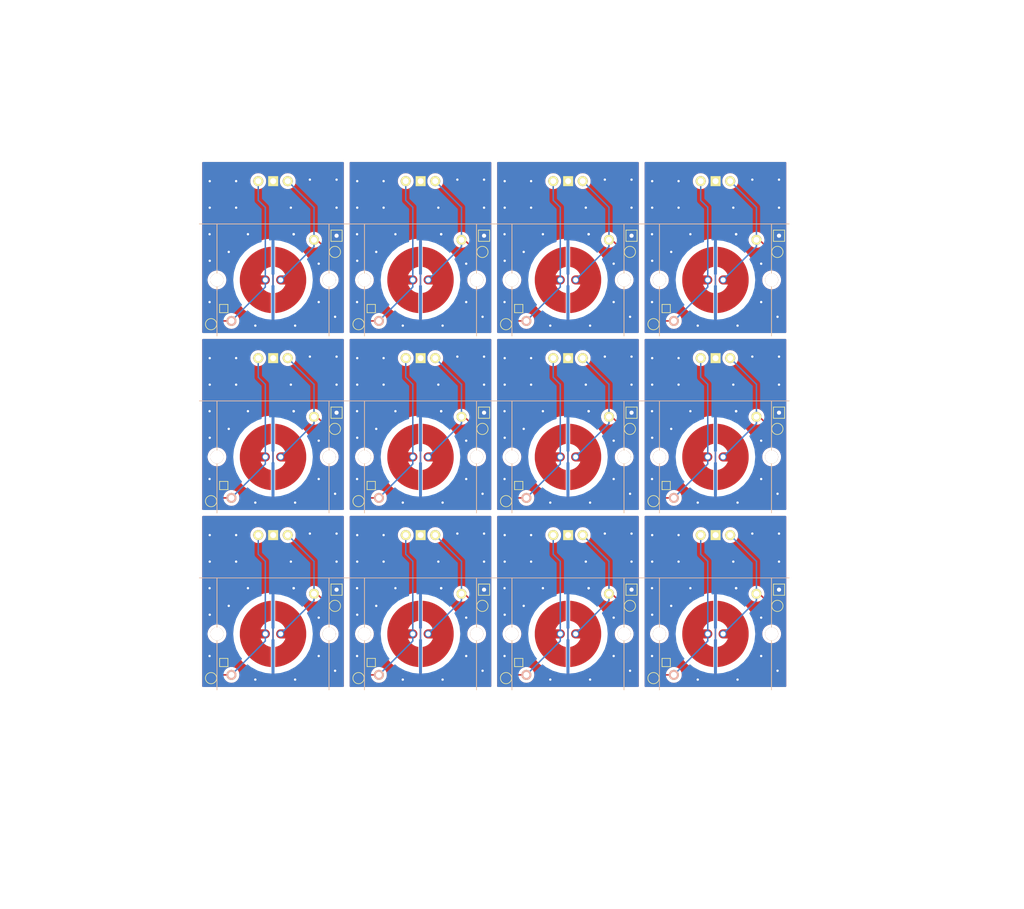
<source format=kicad_pcb>
(kicad_pcb (version 20221018) (generator pcbnew)
  (layers (0 "F.Cu" signal) (31 "B.Cu" signal) (34 "B.Paste" user) (35 "F.Paste" user) (36 "B.SilkS" user "B.Silkscreen") (37 "F.SilkS" user "F.Silkscreen") (38 "B.Mask" user) (39 "F.Mask" user) (44 "Edge.Cuts" user))
  (net 0 "")
  (net 1 "GND")
  (net 2 "Net-(SW_EC1-Pad2)")
  (net 3 "Net-(SW_EC1-Pad1)")
  (footprint "keyboard_parts:PIN_1" (layer "F.Cu") (at 58.2 92.2)
    (fp_text reference "REF**" hide)
    (fp_text value "CONN_1" hide)
  )
  (footprint "keyboard_parts:PIN_1" (layer "F.Cu") (at 72.2 78.45)
    (fp_text reference "P?" hide)
    (fp_text value "CONN_1" hide)
  )
  (footprint "TestPoint:TestPoint_THTPad_1.5x1.5mm_Drill0.7mm" (layer "F.Cu") (at 76.026 77.754)
    (fp_text reference "REF**" hide)
    (fp_text value "TestPoint_THTPad_1.5x1.5mm_Drill0.7mm" hide)
  )
  (footprint "TestPoint:TestPoint_Pad_1.0x1.0mm" (layer "F.Cu") (at 56.9 90.1)
    (fp_text reference "REF**" hide)
    (fp_text value "TestPoint_Pad_1.0x1.0mm" hide)
  )
  (footprint "TestPoint:TestPoint_Pad_D1.5mm" (layer "F.Cu") (at 54.75 92.75)
    (fp_text reference "REF**" hide)
    (fp_text value "CONN_1" hide)
  )
  (footprint "TestPoint:TestPoint_Pad_D1.5mm" (layer "F.Cu") (at 75.75 80.5)
    (fp_text reference "REF**" hide)
    (fp_text value "CONN_1" hide)
  )
  (footprint "bsakatu_kbd_lib:Topre_SW_temp" (layer "F.Cu") (at 65.25 85.25)
    (fp_text reference "SW_EC1" hide)
    (fp_text value "SW_Electro_Capacitive" hide)
  )
  (footprint "keyboard_parts:HOLE_M2.6" (layer "F.Cu") (at 55.75 85.25)
    (fp_text reference "HOLE_M2.6" hide)
    (fp_text value "VAL**" hide)
  )
  (footprint "keyboard_parts:HOLE_M2.6" (layer "F.Cu") (at 74.775 85.25)
    (fp_text reference "HOLE_M2.6" hide)
    (fp_text value "VAL**" hide)
  )
  (footprint "keyboard_parts:PIN_1_SQUARE" (layer "F.Cu") (at 65.276 68.504)
    (fp_text reference "P?" hide)
    (fp_text value "CONN_1" hide)
  )
  (footprint "keyboard_parts:PIN_1" (layer "F.Cu") (at 62.75 68.5)
    (fp_text reference "P?" hide)
    (fp_text value "CONN_1" hide)
  )
  (footprint "keyboard_parts:PIN_1" (layer "F.Cu") (at 67.75 68.5)
    (fp_text reference "P?" hide)
    (fp_text value "CONN_1" hide)
  )
  (footprint "TestPoint:TestPoint_THTPad_1.5x1.5mm_Drill0.7mm" (layer "F.Cu") (at 101.026 107.754)
    (fp_text reference "REF**" hide)
    (fp_text value "TestPoint_THTPad_1.5x1.5mm_Drill0.7mm" hide)
  )
  (footprint "TestPoint:TestPoint_Pad_D1.5mm" (layer "F.Cu") (at 104.75 122.75)
    (fp_text reference "REF**" hide)
    (fp_text value "CONN_1" hide)
  )
  (footprint "keyboard_parts:HOLE_M2.6" (layer "F.Cu") (at 80.75 145.25)
    (fp_text reference "HOLE_M2.6" hide)
    (fp_text value "VAL**" hide)
  )
  (footprint "keyboard_parts:PIN_1" (layer "F.Cu") (at 92.75 128.5)
    (fp_text reference "P?" hide)
    (fp_text value "CONN_1" hide)
  )
  (footprint "TestPoint:TestPoint_THTPad_1.5x1.5mm_Drill0.7mm" (layer "F.Cu") (at 126.026 137.754)
    (fp_text reference "REF**" hide)
    (fp_text value "TestPoint_THTPad_1.5x1.5mm_Drill0.7mm" hide)
  )
  (footprint "keyboard_parts:HOLE_M2.6" (layer "F.Cu") (at 80.75 85.25)
    (fp_text reference "HOLE_M2.6" hide)
    (fp_text value "VAL**" hide)
  )
  (footprint "keyboard_parts:PIN_1" (layer "F.Cu") (at 62.75 98.5)
    (fp_text reference "P?" hide)
    (fp_text value "CONN_1" hide)
  )
  (footprint "keyboard_parts:HOLE_M2.6" (layer "F.Cu") (at 99.775 115.25)
    (fp_text reference "HOLE_M2.6" hide)
    (fp_text value "VAL**" hide)
  )
  (footprint "TestPoint:TestPoint_THTPad_1.5x1.5mm_Drill0.7mm" (layer "F.Cu") (at 151.026 137.754)
    (fp_text reference "REF**" hide)
    (fp_text value "TestPoint_THTPad_1.5x1.5mm_Drill0.7mm" hide)
  )
  (footprint "keyboard_parts:PIN_1_SQUARE" (layer "F.Cu") (at 90.276 98.504)
    (fp_text reference "P?" hide)
    (fp_text value "CONN_1" hide)
  )
  (footprint "bsakatu_kbd_lib:Topre_SW_temp" (layer "F.Cu") (at 90.25 85.25)
    (fp_text reference "SW_EC1" hide)
    (fp_text value "SW_Electro_Capacitive" hide)
  )
  (footprint "keyboard_parts:PIN_1_SQUARE" (layer "F.Cu") (at 90.276 68.504)
    (fp_text reference "P?" hide)
    (fp_text value "CONN_1" hide)
  )
  (footprint "keyboard_parts:PIN_1" (layer "F.Cu") (at 108.2 152.2)
    (fp_text reference "REF**" hide)
    (fp_text value "CONN_1" hide)
  )
  (footprint "TestPoint:TestPoint_Pad_D1.5mm" (layer "F.Cu") (at 79.75 92.75)
    (fp_text reference "REF**" hide)
    (fp_text value "CONN_1" hide)
  )
  (footprint "TestPoint:TestPoint_THTPad_1.5x1.5mm_Drill0.7mm" (layer "F.Cu") (at 126.026 107.754)
    (fp_text reference "REF**" hide)
    (fp_text value "TestPoint_THTPad_1.5x1.5mm_Drill0.7mm" hide)
  )
  (footprint "keyboard_parts:PIN_1" (layer "F.Cu") (at 72.2 138.45)
    (fp_text reference "P?" hide)
    (fp_text value "CONN_1" hide)
  )
  (footprint "keyboard_parts:PIN_1" (layer "F.Cu") (at 97.2 138.45)
    (fp_text reference "P?" hide)
    (fp_text value "CONN_1" hide)
  )
  (footprint "TestPoint:TestPoint_Pad_D1.5mm" (layer "F.Cu") (at 100.75 140.5)
    (fp_text reference "REF**" hide)
    (fp_text value "CONN_1" hide)
  )
  (footprint "keyboard_parts:HOLE_M2.6" (layer "F.Cu") (at 130.75 115.25)
    (fp_text reference "HOLE_M2.6" hide)
    (fp_text value "VAL**" hide)
  )
  (footprint "keyboard_parts:HOLE_M2.6" (layer "F.Cu") (at 124.775 85.25)
    (fp_text reference "HOLE_M2.6" hide)
    (fp_text value "VAL**" hide)
  )
  (footprint "TestPoint:TestPoint_Pad_1.0x1.0mm" (layer "F.Cu") (at 106.9 90.1)
    (fp_text reference "REF**" hide)
    (fp_text value "TestPoint_Pad_1.0x1.0mm" hide)
  )
  (footprint "keyboard_parts:PIN_1" (layer "F.Cu") (at 58.2 152.2)
    (fp_text reference "REF**" hide)
    (fp_text value "CONN_1" hide)
  )
  (footprint "keyboard_parts:PIN_1" (layer "F.Cu") (at 83.2 92.2)
    (fp_text reference "REF**" hide)
    (fp_text value "CONN_1" hide)
  )
  (footprint "TestPoint:TestPoint_THTPad_1.5x1.5mm_Drill0.7mm" (layer "F.Cu") (at 76.026 107.754)
    (fp_text reference "REF**" hide)
    (fp_text value "TestPoint_THTPad_1.5x1.5mm_Drill0.7mm" hide)
  )
  (footprint "TestPoint:TestPoint_Pad_1.0x1.0mm" (layer "F.Cu") (at 131.9 150.1)
    (fp_text reference "REF**" hide)
    (fp_text value "TestPoint_Pad_1.0x1.0mm" hide)
  )
  (footprint "keyboard_parts:PIN_1" (layer "F.Cu") (at 137.75 68.5)
    (fp_text reference "P?" hide)
    (fp_text value "CONN_1" hide)
  )
  (footprint "TestPoint:TestPoint_Pad_D1.5mm" (layer "F.Cu") (at 129.75 122.75)
    (fp_text reference "REF**" hide)
    (fp_text value "CONN_1" hide)
  )
  (footprint "bsakatu_kbd_lib:Topre_SW_temp" (layer "F.Cu") (at 140.25 145.25)
    (fp_text reference "SW_EC1" hide)
    (fp_text value "SW_Electro_Capacitive" hide)
  )
  (footprint "keyboard_parts:HOLE_M2.6" (layer "F.Cu") (at 55.75 115.25)
    (fp_text reference "HOLE_M2.6" hide)
    (fp_text value "VAL**" hide)
  )
  (footprint "keyboard_parts:PIN_1_SQUARE" (layer "F.Cu") (at 115.276 98.504)
    (fp_text reference "P?" hide)
    (fp_text value "CONN_1" hide)
  )
  (footprint "keyboard_parts:PIN_1" (layer "F.Cu") (at 147.2 108.45)
    (fp_text reference "P?" hide)
    (fp_text value "CONN_1" hide)
  )
  (footprint "keyboard_parts:PIN_1" (layer "F.Cu") (at 62.75 128.5)
    (fp_text reference "P?" hide)
    (fp_text value "CONN_1" hide)
  )
  (footprint "keyboard_parts:HOLE_M2.6" (layer "F.Cu") (at 105.75 115.25)
    (fp_text reference "HOLE_M2.6" hide)
    (fp_text value "VAL**" hide)
  )
  (footprint "keyboard_parts:PIN_1" (layer "F.Cu") (at 83.2 152.2)
    (fp_text reference "REF**" hide)
    (fp_text value "CONN_1" hide)
  )
  (footprint "keyboard_parts:PIN_1" (layer "F.Cu") (at 137.75 98.5)
    (fp_text reference "P?" hide)
    (fp_text value "CONN_1" hide)
  )
  (footprint "keyboard_parts:PIN_1" (layer "F.Cu") (at 122.2 108.45)
    (fp_text reference "P?" hide)
    (fp_text value "CONN_1" hide)
  )
  (footprint "TestPoint:TestPoint_Pad_D1.5mm" (layer "F.Cu") (at 104.75 92.75)
    (fp_text reference "REF**" hide)
    (fp_text value "CONN_1" hide)
  )
  (footprint "keyboard_parts:PIN_1_SQUARE" (layer "F.Cu") (at 65.276 98.504)
    (fp_text reference "P?" hide)
    (fp_text value "CONN_1" hide)
  )
  (footprint "keyboard_parts:PIN_1_SQUARE" (layer "F.Cu") (at 140.276 98.504)
    (fp_text reference "P?" hide)
    (fp_text value "CONN_1" hide)
  )
  (footprint "keyboard_parts:PIN_1_SQUARE" (layer "F.Cu") (at 90.276 128.504)
    (fp_text reference "P?" hide)
    (fp_text value "CONN_1" hide)
  )
  (footprint "TestPoint:TestPoint_Pad_D1.5mm" (layer "F.Cu") (at 75.75 110.5)
    (fp_text reference "REF**" hide)
    (fp_text value "CONN_1" hide)
  )
  (footprint "keyboard_parts:PIN_1" (layer "F.Cu") (at 112.75 98.5)
    (fp_text reference "P?" hide)
    (fp_text value "CONN_1" hide)
  )
  (footprint "TestPoint:TestPoint_Pad_D1.5mm" (layer "F.Cu") (at 54.75 152.75)
    (fp_text reference "REF**" hide)
    (fp_text value "CONN_1" hide)
  )
  (footprint "keyboard_parts:HOLE_M2.6" (layer "F.Cu") (at 149.775 145.25)
    (fp_text reference "HOLE_M2.6" hide)
    (fp_text value "VAL**" hide)
  )
  (footprint "bsakatu_kbd_lib:Topre_SW_temp" (layer "F.Cu") (at 115.25 145.25)
    (fp_text reference "SW_EC1" hide)
    (fp_text value "SW_Electro_Capacitive" hide)
  )
  (footprint "keyboard_parts:PIN_1" (layer "F.Cu") (at 137.75 128.5)
    (fp_text reference "P?" hide)
    (fp_text value "CONN_1" hide)
  )
  (footprint "keyboard_parts:PIN_1" (layer "F.Cu") (at 92.75 98.5)
    (fp_text reference "P?" hide)
    (fp_text value "CONN_1" hide)
  )
  (footprint "TestPoint:TestPoint_Pad_1.0x1.0mm" (layer "F.Cu") (at 81.9 90.1)
    (fp_text reference "REF**" hide)
    (fp_text value "TestPoint_Pad_1.0x1.0mm" hide)
  )
  (footprint "TestPoint:TestPoint_Pad_D1.5mm" (layer "F.Cu") (at 150.75 110.5)
    (fp_text reference "REF**" hide)
    (fp_text value "CONN_1" hide)
  )
  (footprint "TestPoint:TestPoint_Pad_D1.5mm" (layer "F.Cu") (at 125.75 110.5)
    (fp_text reference "REF**" hide)
    (fp_text value "CONN_1" hide)
  )
  (footprint "keyboard_parts:PIN_1_SQUARE" (layer "F.Cu") (at 65.276 128.504)
    (fp_text reference "P?" hide)
    (fp_text value "CONN_1" hide)
  )
  (footprint "TestPoint:TestPoint_Pad_D1.5mm" (layer "F.Cu") (at 125.75 140.5)
    (fp_text reference "REF**" hide)
    (fp_text value "CONN_1" hide)
  )
  (footprint "bsakatu_kbd_lib:Topre_SW_temp" (layer "F.Cu") (at 65.25 145.25)
    (fp_text reference "SW_EC1" hide)
    (fp_text value "SW_Electro_Capacitive" hide)
  )
  (footprint "keyboard_parts:PIN_1" (layer "F.Cu") (at 117.75 68.5)
    (fp_text reference "P?" hide)
    (fp_text value "CONN_1" hide)
  )
  (footprint "keyboard_parts:PIN_1" (layer "F.Cu") (at 133.2 152.2)
    (fp_text reference "REF**" hide)
    (fp_text value "CONN_1" hide)
  )
  (footprint "keyboard_parts:HOLE_M2.6" (layer "F.Cu") (at 99.775 145.25)
    (fp_text reference "HOLE_M2.6" hide)
    (fp_text value "VAL**" hide)
  )
  (footprint "keyboard_parts:PIN_1_SQUARE" (layer "F.Cu") (at 115.276 68.504)
    (fp_text reference "P?" hide)
    (fp_text value "CONN_1" hide)
  )
  (footprint "bsakatu_kbd_lib:Topre_SW_temp" (layer "F.Cu") (at 140.25 115.25)
    (fp_text reference "SW_EC1" hide)
    (fp_text value "SW_Electro_Capacitive" hide)
  )
  (footprint "keyboard_parts:PIN_1" (layer "F.Cu") (at 133.2 92.2)
    (fp_text reference "REF**" hide)
    (fp_text value "CONN_1" hide)
  )
  (footprint "keyboard_parts:PIN_1" (layer "F.Cu") (at 147.2 78.45)
    (fp_text reference "P?" hide)
    (fp_text value "CONN_1" hide)
  )
  (footprint "keyboard_parts:PIN_1" (layer "F.Cu") (at 92.75 68.5)
    (fp_text reference "P?" hide)
    (fp_text value "CONN_1" hide)
  )
  (footprint "keyboard_parts:HOLE_M2.6" (layer "F.Cu") (at 149.775 85.25)
    (fp_text reference "HOLE_M2.6" hide)
    (fp_text value "VAL**" hide)
  )
  (footprint "TestPoint:TestPoint_THTPad_1.5x1.5mm_Drill0.7mm" (layer "F.Cu") (at 101.026 77.754)
    (fp_text reference "REF**" hide)
    (fp_text value "TestPoint_THTPad_1.5x1.5mm_Drill0.7mm" hide)
  )
  (footprint "TestPoint:TestPoint_Pad_D1.5mm" (layer "F.Cu") (at 100.75 110.5)
    (fp_text reference "REF**" hide)
    (fp_text value "CONN_1" hide)
  )
  (footprint "keyboard_parts:HOLE_M2.6" (layer "F.Cu") (at 105.75 85.25)
    (fp_text reference "HOLE_M2.6" hide)
    (fp_text value "VAL**" hide)
  )
  (footprint "TestPoint:TestPoint_Pad_1.0x1.0mm" (layer "F.Cu") (at 56.9 120.1)
    (fp_text reference "REF**" hide)
    (fp_text value "TestPoint_Pad_1.0x1.0mm" hide)
  )
  (footprint "keyboard_parts:PIN_1" (layer "F.Cu") (at 67.75 98.5)
    (fp_text reference "P?" hide)
    (fp_text value "CONN_1" hide)
  )
  (footprint "keyboard_parts:PIN_1" (layer "F.Cu") (at 87.75 68.5)
    (fp_text reference "P?" hide)
    (fp_text value "CONN_1" hide)
  )
  (footprint "keyboard_parts:HOLE_M2.6" (layer "F.Cu") (at 80.75 115.25)
    (fp_text reference "HOLE_M2.6" hide)
    (fp_text value "VAL**" hide)
  )
  (footprint "keyboard_parts:PIN_1" (layer "F.Cu") (at 72.2 108.45)
    (fp_text reference "P?" hide)
    (fp_text value "CONN_1" hide)
  )
  (footprint "bsakatu_kbd_lib:Topre_SW_temp" (layer "F.Cu") (at 140.25 85.25)
    (fp_text reference "SW_EC1" hide)
    (fp_text value "SW_Electro_Capacitive" hide)
  )
  (footprint "keyboard_parts:HOLE_M2.6" (layer "F.Cu") (at 130.75 85.25)
    (fp_text reference "HOLE_M2.6" hide)
    (fp_text value "VAL**" hide)
  )
  (footprint "keyboard_parts:HOLE_M2.6" (layer "F.Cu") (at 124.775 145.25)
    (fp_text reference "HOLE_M2.6" hide)
    (fp_text value "VAL**" hide)
  )
  (footprint "keyboard_parts:PIN_1" (layer "F.Cu") (at 122.2 78.45)
    (fp_text reference "P?" hide)
    (fp_text value "CONN_1" hide)
  )
  (footprint "keyboard_parts:PIN_1" (layer "F.Cu") (at 87.75 128.5)
    (fp_text reference "P?" hide)
    (fp_text value "CONN_1" hide)
  )
  (footprint "TestPoint:TestPoint_Pad_D1.5mm" (layer "F.Cu") (at 150.75 140.5)
    (fp_text reference "REF**" hide)
    (fp_text value "CONN_1" hide)
  )
  (footprint "keyboard_parts:HOLE_M2.6" (layer "F.Cu") (at 74.775 145.25)
    (fp_text reference "HOLE_M2.6" hide)
    (fp_text value "VAL**" hide)
  )
  (footprint "TestPoint:TestPoint_Pad_D1.5mm" (layer "F.Cu") (at 100.75 80.5)
    (fp_text reference "REF**" hide)
    (fp_text value "CONN_1" hide)
  )
  (footprint "keyboard_parts:PIN_1" (layer "F.Cu") (at 97.2 78.45)
    (fp_text reference "P?" hide)
    (fp_text value "CONN_1" hide)
  )
  (footprint "keyboard_parts:PIN_1" (layer "F.Cu") (at 58.2 122.2)
    (fp_text reference "REF**" hide)
    (fp_text value "CONN_1" hide)
  )
  (footprint "TestPoint:TestPoint_Pad_D1.5mm" (layer "F.Cu") (at 75.75 140.5)
    (fp_text reference "REF**" hide)
    (fp_text value "CONN_1" hide)
  )
  (footprint "TestPoint:TestPoint_THTPad_1.5x1.5mm_Drill0.7mm" (layer "F.Cu") (at 151.026 77.754)
    (fp_text reference "REF**" hide)
    (fp_text value "TestPoint_THTPad_1.5x1.5mm_Drill0.7mm" hide)
  )
  (footprint "TestPoint:TestPoint_Pad_D1.5mm" (layer "F.Cu") (at 79.75 122.75)
    (fp_text reference "REF**" hide)
    (fp_text value "CONN_1" hide)
  )
  (footprint "keyboard_parts:PIN_1_SQUARE" (layer "F.Cu") (at 140.276 68.504)
    (fp_text reference "P?" hide)
    (fp_text value "CONN_1" hide)
  )
  (footprint "TestPoint:TestPoint_Pad_1.0x1.0mm" (layer "F.Cu") (at 81.9 150.1)
    (fp_text reference "REF**" hide)
    (fp_text value "TestPoint_Pad_1.0x1.0mm" hide)
  )
  (footprint "keyboard_parts:PIN_1" (layer "F.Cu") (at 67.75 128.5)
    (fp_text reference "P?" hide)
    (fp_text value "CONN_1" hide)
  )
  (footprint "TestPoint:TestPoint_THTPad_1.5x1.5mm_Drill0.7mm" (layer "F.Cu") (at 151.026 107.754)
    (fp_text reference "REF**" hide)
    (fp_text value "TestPoint_THTPad_1.5x1.5mm_Drill0.7mm" hide)
  )
  (footprint "TestPoint:TestPoint_Pad_D1.5mm" (layer "F.Cu") (at 150.75 80.5)
    (fp_text reference "REF**" hide)
    (fp_text value "CONN_1" hide)
  )
  (footprint "keyboard_parts:PIN_1_SQUARE" (layer "F.Cu") (at 140.276 128.504)
    (fp_text reference "P?" hide)
    (fp_text value "CONN_1" hide)
  )
  (footprint "TestPoint:TestPoint_Pad_1.0x1.0mm" (layer "F.Cu") (at 106.9 120.1)
    (fp_text reference "REF**" hide)
    (fp_text value "TestPoint_Pad_1.0x1.0mm" hide)
  )
  (footprint "keyboard_parts:PIN_1_SQUARE" (layer "F.Cu") (at 115.276 128.504)
    (fp_text reference "P?" hide)
    (fp_text value "CONN_1" hide)
  )
  (footprint "TestPoint:TestPoint_Pad_D1.5mm" (layer "F.Cu") (at 129.75 92.75)
    (fp_text reference "REF**" hide)
    (fp_text value "CONN_1" hide)
  )
  (footprint "keyboard_parts:PIN_1" (layer "F.Cu") (at 117.75 128.5)
    (fp_text reference "P?" hide)
    (fp_text value "CONN_1" hide)
  )
  (footprint "bsakatu_kbd_lib:Topre_SW_temp" (layer "F.Cu") (at 65.25 115.25)
    (fp_text reference "SW_EC1" hide)
    (fp_text value "SW_Electro_Capacitive" hide)
  )
  (footprint "TestPoint:TestPoint_Pad_D1.5mm" (layer "F.Cu") (at 79.75 152.75)
    (fp_text reference "REF**" hide)
    (fp_text value "CONN_1" hide)
  )
  (footprint "bsakatu_kbd_lib:Topre_SW_temp" (layer "F.Cu") (at 115.25 85.25)
    (fp_text reference "SW_EC1" hide)
    (fp_text value "SW_Electro_Capacitive" hide)
  )
  (footprint "keyboard_parts:HOLE_M2.6" (layer "F.Cu") (at 149.775 115.25)
    (fp_text reference "HOLE_M2.6" hide)
    (fp_text value "VAL**" hide)
  )
  (footprint "keyboard_parts:HOLE_M2.6" (layer "F.Cu") (at 74.775 115.25)
    (fp_text reference "HOLE_M2.6" hide)
    (fp_text value "VAL**" hide)
  )
  (footprint "TestPoint:TestPoint_Pad_1.0x1.0mm" (layer "F.Cu") (at 106.9 150.1)
    (fp_text reference "REF**" hide)
    (fp_text value "TestPoint_Pad_1.0x1.0mm" hide)
  )
  (footprint "keyboard_parts:HOLE_M2.6" (layer "F.Cu") (at 105.75 145.25)
    (fp_text reference "HOLE_M2.6" hide)
    (fp_text value "VAL**" hide)
  )
  (footprint "keyboard_parts:PIN_1" (layer "F.Cu") (at 87.75 98.5)
    (fp_text reference "P?" hide)
    (fp_text value "CONN_1" hide)
  )
  (footprint "keyboard_parts:PIN_1" (layer "F.Cu") (at 108.2 122.2)
    (fp_text reference "REF**" hide)
    (fp_text value "CONN_1" hide)
  )
  (footprint "TestPoint:TestPoint_Pad_1.0x1.0mm" (layer "F.Cu") (at 81.9 120.1)
    (fp_text reference "REF**" hide)
    (fp_text value "TestPoint_Pad_1.0x1.0mm" hide)
  )
  (footprint "TestPoint:TestPoint_Pad_D1.5mm" (layer "F.Cu") (at 54.75 122.75)
    (fp_text reference "REF**" hide)
    (fp_text value "CONN_1" hide)
  )
  (footprint "TestPoint:TestPoint_Pad_D1.5mm" (layer "F.Cu") (at 129.75 152.75)
    (fp_text reference "REF**" hide)
    (fp_text value "CONN_1" hide)
  )
  (footprint "bsakatu_kbd_lib:Topre_SW_temp" (layer "F.Cu") (at 90.25 115.25)
    (fp_text reference "SW_EC1" hide)
    (fp_text value "SW_Electro_Capacitive" hide)
  )
  (footprint "keyboard_parts:PIN_1" (layer "F.Cu") (at 97.2 108.45)
    (fp_text reference "P?" hide)
    (fp_text value "CONN_1" hide)
  )
  (footprint "keyboard_parts:PIN_1" (layer "F.Cu") (at 142.75 68.5)
    (fp_text reference "P?" hide)
    (fp_text value "CONN_1" hide)
  )
  (footprint "TestPoint:TestPoint_THTPad_1.5x1.5mm_Drill0.7mm" (layer "F.Cu") (at 101.026 137.754)
    (fp_text reference "REF**" hide)
    (fp_text value "TestPoint_THTPad_1.5x1.5mm_Drill0.7mm" hide)
  )
  (footprint "keyboard_parts:PIN_1" (layer "F.Cu") (at 112.75 68.5)
    (fp_text reference "P?" hide)
    (fp_text value "CONN_1" hide)
  )
  (footprint "TestPoint:TestPoint_Pad_1.0x1.0mm" (layer "F.Cu") (at 56.9 150.1)
    (fp_text reference "REF**" hide)
    (fp_text value "TestPoint_Pad_1.0x1.0mm" hide)
  )
  (footprint "keyboard_parts:PIN_1" (layer "F.Cu") (at 142.75 128.5)
    (fp_text reference "P?" hide)
    (fp_text value "CONN_1" hide)
  )
  (footprint "keyboard_parts:PIN_1" (layer "F.Cu") (at 122.2 138.45)
    (fp_text reference "P?" hide)
    (fp_text value "CONN_1" hide)
  )
  (footprint "TestPoint:TestPoint_Pad_D1.5mm" (layer "F.Cu") (at 125.75 80.5)
    (fp_text reference "REF**" hide)
    (fp_text value "CONN_1" hide)
  )
  (footprint "keyboard_parts:HOLE_M2.6" (layer "F.Cu") (at 99.775 85.25)
    (fp_text reference "HOLE_M2.6" hide)
    (fp_text value "VAL**" hide)
  )
  (footprint "keyboard_parts:PIN_1" (layer "F.Cu") (at 117.75 98.5)
    (fp_text reference "P?" hide)
    (fp_text value "CONN_1" hide)
  )
  (footprint "TestPoint:TestPoint_Pad_D1.5mm" (layer "F.Cu") (at 104.75 152.75)
    (fp_text reference "REF**" hide)
    (fp_text value "CONN_1" hide)
  )
  (footprint "TestPoint:TestPoint_THTPad_1.5x1.5mm_Drill0.7mm" (layer "F.Cu") (at 76.026 137.754)
    (fp_text reference "REF**" hide)
    (fp_text value "TestPoint_THTPad_1.5x1.5mm_Drill0.7mm" hide)
  )
  (footprint "keyboard_parts:HOLE_M2.6" (layer "F.Cu") (at 55.75 145.25)
    (fp_text reference "HOLE_M2.6" hide)
    (fp_text value "VAL**" hide)
  )
  (footprint "TestPoint:TestPoint_Pad_1.0x1.0mm" (layer "F.Cu") (at 131.9 120.1)
    (fp_text reference "REF**" hide)
    (fp_text value "TestPoint_Pad_1.0x1.0mm" hide)
  )
  (footprint "keyboard_parts:PIN_1" (layer "F.Cu") (at 112.75 128.5)
    (fp_text reference "P?" hide)
    (fp_text value "CONN_1" hide)
  )
  (footprint "keyboard_parts:HOLE_M2.6" (layer "F.Cu") (at 130.75 145.25)
    (fp_text reference "HOLE_M2.6" hide)
    (fp_text value "VAL**" hide)
  )
  (footprint "bsakatu_kbd_lib:Topre_SW_temp" (layer "F.Cu") (at 90.25 145.25)
    (fp_text reference "SW_EC1" hide)
    (fp_text value "SW_Electro_Capacitive" hide)
  )
  (footprint "TestPoint:TestPoint_Pad_1.0x1.0mm" (layer "F.Cu") (at 131.9 90.1)
    (fp_text reference "REF**" hide)
    (fp_text value "TestPoint_Pad_1.0x1.0mm" hide)
  )
  (footprint "bsakatu_kbd_lib:Topre_SW_temp" (layer "F.Cu") (at 115.25 115.25)
    (fp_text reference "SW_EC1" hide)
    (fp_text value "SW_Electro_Capacitive" hide)
  )
  (footprint "keyboard_parts:PIN_1" (layer "F.Cu") (at 83.2 122.2)
    (fp_text reference "REF**" hide)
    (fp_text value "CONN_1" hide)
  )
  (footprint "TestPoint:TestPoint_THTPad_1.5x1.5mm_Drill0.7mm" (layer "F.Cu") (at 126.026 77.754)
    (fp_text reference "REF**" hide)
    (fp_text value "TestPoint_THTPad_1.5x1.5mm_Drill0.7mm" hide)
  )
  (footprint "keyboard_parts:PIN_1" (layer "F.Cu") (at 108.2 92.2)
    (fp_text reference "REF**" hide)
    (fp_text value "CONN_1" hide)
  )
  (footprint "keyboard_parts:PIN_1" (layer "F.Cu") (at 142.75 98.5)
    (fp_text reference "P?" hide)
    (fp_text value "CONN_1" hide)
  )
  (footprint "keyboard_parts:PIN_1" (layer "F.Cu") (at 133.2 122.2)
    (fp_text reference "REF**" hide)
    (fp_text value "CONN_1" hide)
  )
  (footprint "keyboard_parts:HOLE_M2.6" (layer "F.Cu") (at 124.775 115.25)
    (fp_text reference "HOLE_M2.6" hide)
    (fp_text value "VAL**" hide)
  )
  (footprint "keyboard_parts:PIN_1" (layer "F.Cu") (at 147.2 138.45)
    (fp_text reference "P?" hide)
    (fp_text value "CONN_1" hide)
  )
  (gr_line (start 55.75 94.75) (end 55.75 75.75) (stroke (width 0.1)) (layer "B.SilkS"))
  (gr_line (start 74.75 94.75) (end 74.75 75.75) (stroke (width 0.1)) (layer "B.SilkS"))
  (gr_line (start 52.75 75.75) (end 77.75 75.75) (stroke (width 0.1)) (layer "B.SilkS"))
  (gr_line (start 127.75 105.75) (end 152.75 105.75) (stroke (width 0.1)) (layer "B.SilkS"))
  (gr_line (start 130.75 154.75) (end 130.75 135.75) (stroke (width 0.1)) (layer "B.SilkS"))
  (gr_line (start 55.75 154.75) (end 55.75 135.75) (stroke (width 0.1)) (layer "B.SilkS"))
  (gr_line (start 99.75 94.75) (end 99.75 75.75) (stroke (width 0.1)) (layer "B.SilkS"))
  (gr_line (start 130.75 94.75) (end 130.75 75.75) (stroke (width 0.1)) (layer "B.SilkS"))
  (gr_line (start 149.75 124.75) (end 149.75 105.75) (stroke (width 0.1)) (layer "B.SilkS"))
  (gr_line (start 130.75 124.75) (end 130.75 105.75) (stroke (width 0.1)) (layer "B.SilkS"))
  (gr_line (start 127.75 135.75) (end 152.75 135.75) (stroke (width 0.1)) (layer "B.SilkS"))
  (gr_line (start 99.75 154.75) (end 99.75 135.75) (stroke (width 0.1)) (layer "B.SilkS"))
  (gr_line (start 124.75 124.75) (end 124.75 105.75) (stroke (width 0.1)) (layer "B.SilkS"))
  (gr_line (start 80.75 124.75) (end 80.75 105.75) (stroke (width 0.1)) (layer "B.SilkS"))
  (gr_line (start 99.75 124.75) (end 99.75 105.75) (stroke (width 0.1)) (layer "B.SilkS"))
  (gr_line (start 80.75 94.75) (end 80.75 75.75) (stroke (width 0.1)) (layer "B.SilkS"))
  (gr_line (start 74.75 124.75) (end 74.75 105.75) (stroke (width 0.1)) (layer "B.SilkS"))
  (gr_line (start 80.75 154.75) (end 80.75 135.75) (stroke (width 0.1)) (layer "B.SilkS"))
  (gr_line (start 127.75 75.75) (end 152.75 75.75) (stroke (width 0.1)) (layer "B.SilkS"))
  (gr_line (start 124.75 94.75) (end 124.75 75.75) (stroke (width 0.1)) (layer "B.SilkS"))
  (gr_line (start 77.75 105.75) (end 102.75 105.75) (stroke (width 0.1)) (layer "B.SilkS"))
  (gr_line (start 105.75 154.75) (end 105.75 135.75) (stroke (width 0.1)) (layer "B.SilkS"))
  (gr_line (start 102.75 135.75) (end 127.75 135.75) (stroke (width 0.1)) (layer "B.SilkS"))
  (gr_line (start 52.75 135.75) (end 77.75 135.75) (stroke (width 0.1)) (layer "B.SilkS"))
  (gr_line (start 77.75 75.75) (end 102.75 75.75) (stroke (width 0.1)) (layer "B.SilkS"))
  (gr_line (start 124.75 154.75) (end 124.75 135.75) (stroke (width 0.1)) (layer "B.SilkS"))
  (gr_line (start 149.75 94.75) (end 149.75 75.75) (stroke (width 0.1)) (layer "B.SilkS"))
  (gr_line (start 102.75 105.75) (end 127.75 105.75) (stroke (width 0.1)) (layer "B.SilkS"))
  (gr_line (start 77.75 135.75) (end 102.75 135.75) (stroke (width 0.1)) (layer "B.SilkS"))
  (gr_line (start 52.75 105.75) (end 77.75 105.75) (stroke (width 0.1)) (layer "B.SilkS"))
  (gr_line (start 55.75 124.75) (end 55.75 105.75) (stroke (width 0.1)) (layer "B.SilkS"))
  (gr_line (start 102.75 75.75) (end 127.75 75.75) (stroke (width 0.1)) (layer "B.SilkS"))
  (gr_line (start 105.75 124.75) (end 105.75 105.75) (stroke (width 0.1)) (layer "B.SilkS"))
  (gr_line (start 74.75 154.75) (end 74.75 135.75) (stroke (width 0.1)) (layer "B.SilkS"))
  (gr_line (start 149.75 154.75) (end 149.75 135.75) (stroke (width 0.1)) (layer "B.SilkS"))
  (gr_line (start 105.75 94.75) (end 105.75 75.75) (stroke (width 0.1)) (layer "B.SilkS"))
  (gr_line (start 55.75 94.75) (end 55.75 75.75) (stroke (width 0.1)) (layer "F.SilkS"))
  (gr_line (start 74.75 94.75) (end 74.75 75.75) (stroke (width 0.1)) (layer "F.SilkS"))
  (gr_line (start 102.75 105.75) (end 127.75 105.75) (stroke (width 0.1)) (layer "F.SilkS"))
  (gr_line (start 127.75 75.75) (end 152.75 75.75) (stroke (width 0.1)) (layer "F.SilkS"))
  (gr_line (start 74.75 124.75) (end 74.75 105.75) (stroke (width 0.1)) (layer "F.SilkS"))
  (gr_line (start 52.75 135.75) (end 77.75 135.75) (stroke (width 0.1)) (layer "F.SilkS"))
  (gr_line (start 77.75 135.75) (end 102.75 135.75) (stroke (width 0.1)) (layer "F.SilkS"))
  (gr_line (start 74.75 154.75) (end 74.75 135.75) (stroke (width 0.1)) (layer "F.SilkS"))
  (gr_line (start 124.75 94.75) (end 124.75 75.75) (stroke (width 0.1)) (layer "F.SilkS"))
  (gr_line (start 105.75 94.75) (end 105.75 75.75) (stroke (width 0.1)) (layer "F.SilkS"))
  (gr_line (start 99.75 154.75) (end 99.75 135.75) (stroke (width 0.1)) (layer "F.SilkS"))
  (gr_line (start 149.75 94.75) (end 149.75 75.75) (stroke (width 0.1)) (layer "F.SilkS"))
  (gr_line (start 55.75 154.75) (end 55.75 135.75) (stroke (width 0.1)) (layer "F.SilkS"))
  (gr_line (start 102.75 75.75) (end 127.75 75.75) (stroke (width 0.1)) (layer "F.SilkS"))
  (gr_line (start 99.75 94.75) (end 99.75 75.75) (stroke (width 0.1)) (layer "F.SilkS"))
  (gr_line (start 149.75 124.75) (end 149.75 105.75) (stroke (width 0.1)) (layer "F.SilkS"))
  (gr_line (start 80.75 94.75) (end 80.75 75.75) (stroke (width 0.1)) (layer "F.SilkS"))
  (gr_line (start 124.75 124.75) (end 124.75 105.75) (stroke (width 0.1)) (layer "F.SilkS"))
  (gr_line (start 52.75 105.75) (end 77.75 105.75) (stroke (width 0.1)) (layer "F.SilkS"))
  (gr_line (start 80.75 124.75) (end 80.75 105.75) (stroke (width 0.1)) (layer "F.SilkS"))
  (gr_line (start 105.75 154.75) (end 105.75 135.75) (stroke (width 0.1)) (layer "F.SilkS"))
  (gr_line (start 99.75 124.75) (end 99.75 105.75) (stroke (width 0.1)) (layer "F.SilkS"))
  (gr_line (start 149.75 154.75) (end 149.75 135.75) (stroke (width 0.1)) (layer "F.SilkS"))
  (gr_line (start 102.75 135.75) (end 127.75 135.75) (stroke (width 0.1)) (layer "F.SilkS"))
  (gr_line (start 130.75 124.75) (end 130.75 105.75) (stroke (width 0.1)) (layer "F.SilkS"))
  (gr_line (start 127.75 105.75) (end 152.75 105.75) (stroke (width 0.1)) (layer "F.SilkS"))
  (gr_line (start 130.75 94.75) (end 130.75 75.75) (stroke (width 0.1)) (layer "F.SilkS"))
  (gr_line (start 127.75 135.75) (end 152.75 135.75) (stroke (width 0.1)) (layer "F.SilkS"))
  (gr_line (start 124.75 154.75) (end 124.75 135.75) (stroke (width 0.1)) (layer "F.SilkS"))
  (gr_line (start 80.75 154.75) (end 80.75 135.75) (stroke (width 0.1)) (layer "F.SilkS"))
  (gr_line (start 52.75 75.75) (end 77.75 75.75) (stroke (width 0.1)) (layer "F.SilkS"))
  (gr_line (start 77.75 75.75) (end 102.75 75.75) (stroke (width 0.1)) (layer "F.SilkS"))
  (gr_line (start 77.75 105.75) (end 102.75 105.75) (stroke (width 0.1)) (layer "F.SilkS"))
  (gr_line (start 105.75 124.75) (end 105.75 105.75) (stroke (width 0.1)) (layer "F.SilkS"))
  (gr_line (start 130.75 154.75) (end 130.75 135.75) (stroke (width 0.1)) (layer "F.SilkS"))
  (gr_line (start 55.75 124.75) (end 55.75 105.75) (stroke (width 0.1)) (layer "F.SilkS"))
  (via (at 69 93) (size 0.8) (drill 0.4) (layers "F.Cu" "B.Cu") (net 1))
  (via (at 68.75 77.5) (size 0.8) (drill 0.4) (layers "F.Cu" "B.Cu") (net 1))
  (via (at 79.5 89) (size 0.8) (drill 0.4) (layers "F.Cu" "B.Cu") (net 1))
  (via (at 79.5 149) (size 0.8) (drill 0.4) (layers "F.Cu" "B.Cu") (net 1))
  (via (at 143.75 137.5) (size 0.8) (drill 0.4) (layers "F.Cu" "B.Cu") (net 1))
  (via (at 136 107.5) (size 0.8) (drill 0.4) (layers "F.Cu" "B.Cu") (net 1))
  (via (at 129.526 128.504) (size 0.8) (drill 0.4) (layers "F.Cu" "B.Cu") (net 1))
  (via (at 68.276 103.004) (size 0.8) (drill 0.4) (layers "F.Cu" "B.Cu") (net 1))
  (via (at 104.526 142.004) (size 0.8) (drill 0.4) (layers "F.Cu" "B.Cu") (net 1))
  (via (at 75.776 151.5) (size 0.8) (drill 0.4) (layers "F.Cu" "B.Cu") (net 1))
  (via (at 79.526 73.004) (size 0.8) (drill 0.4) (layers "F.Cu" "B.Cu") (net 1))
  (via (at 136 77.5) (size 0.8) (drill 0.4) (layers "F.Cu" "B.Cu") (net 1))
  (via (at 101.026 133.004) (size 0.8) (drill 0.4) (layers "F.Cu" "B.Cu") (net 1))
  (via (at 79.526 98.504) (size 0.8) (drill 0.4) (layers "F.Cu" "B.Cu") (net 1))
  (via (at 119 153) (size 0.8) (drill 0.4) (layers "F.Cu" "B.Cu") (net 1))
  (via (at 119 93) (size 0.8) (drill 0.4) (layers "F.Cu" "B.Cu") (net 1))
  (via (at 79.5 119) (size 0.8) (drill 0.4) (layers "F.Cu" "B.Cu") (net 1))
  (via (at 137.25 153) (size 0.8) (drill 0.4) (layers "F.Cu" "B.Cu") (net 1))
  (via (at 71.5 128.25) (size 0.8) (drill 0.4) (layers "F.Cu" "B.Cu") (net 1))
  (via (at 109 103.004) (size 0.8) (drill 0.4) (layers "F.Cu" "B.Cu") (net 1))
  (via (at 98 89) (size 0.8) (drill 0.4) (layers "F.Cu" "B.Cu") (net 1))
  (via (at 94 153) (size 0.8) (drill 0.4) (layers "F.Cu" "B.Cu") (net 1))
  (via (at 107.75 80.5) (size 0.8) (drill 0.4) (layers "F.Cu" "B.Cu") (net 1))
  (via (at 101.026 128.254) (size 0.8) (drill 0.4) (layers "F.Cu" "B.Cu") (net 1))
  (via (at 123 112.5) (size 0.8) (drill 0.4) (layers "F.Cu" "B.Cu") (net 1))
  (via (at 146.5 128.25) (size 0.8) (drill 0.4) (layers "F.Cu" "B.Cu") (net 1))
  (via (at 129.5 89) (size 0.8) (drill 0.4) (layers "F.Cu" "B.Cu") (net 1))
  (via (at 69 153) (size 0.8) (drill 0.4) (layers "F.Cu" "B.Cu") (net 1))
  (via (at 54.5 149) (size 0.8) (drill 0.4) (layers "F.Cu" "B.Cu") (net 1))
  (via (at 129.526 98.504) (size 0.8) (drill 0.4) (layers "F.Cu" "B.Cu") (net 1))
  (via (at 118.75 137.5) (size 0.8) (drill 0.4) (layers "F.Cu" "B.Cu") (net 1))
  (via (at 93.75 77.5) (size 0.8) (drill 0.4) (layers "F.Cu" "B.Cu") (net 1))
  (via (at 129.5 107.5) (size 0.8) (drill 0.4) (layers "F.Cu" "B.Cu") (net 1))
  (via (at 59 68.5) (size 0.8) (drill 0.4) (layers "F.Cu" "B.Cu") (net 1))
  (via (at 79.526 112.004) (size 0.8) (drill 0.4) (layers "F.Cu" "B.Cu") (net 1))
  (via (at 68.75 77.5) (size 0.8) (drill 0.4) (layers "F.Cu" "B.Cu") (net 1))
  (via (at 129.526 133.004) (size 0.8) (drill 0.4) (layers "F.Cu" "B.Cu") (net 1))
  (via (at 54.526 133.004) (size 0.8) (drill 0.4) (layers "F.Cu" "B.Cu") (net 1))
  (via (at 93.75 107.5) (size 0.8) (drill 0.4) (layers "F.Cu" "B.Cu") (net 1))
  (via (at 118.75 77.5) (size 0.8) (drill 0.4) (layers "F.Cu" "B.Cu") (net 1))
  (via (at 79.526 142.004) (size 0.8) (drill 0.4) (layers "F.Cu" "B.Cu") (net 1))
  (via (at 146.5 68.25) (size 0.8) (drill 0.4) (layers "F.Cu" "B.Cu") (net 1))
  (via (at 68.75 137.5) (size 0.8) (drill 0.4) (layers "F.Cu" "B.Cu") (net 1))
  (via (at 118.75 107.5) (size 0.8) (drill 0.4) (layers "F.Cu" "B.Cu") (net 1))
  (via (at 126.026 128.254) (size 0.8) (drill 0.4) (layers "F.Cu" "B.Cu") (net 1))
  (via (at 121.5 98.25) (size 0.8) (drill 0.4) (layers "F.Cu" "B.Cu") (net 1))
  (via (at 98 142.5) (size 0.8) (drill 0.4) (layers "F.Cu" "B.Cu") (net 1))
  (via (at 143.75 137.5) (size 0.8) (drill 0.4) (layers "F.Cu" "B.Cu") (net 1))
  (via (at 104.526 133.004) (size 0.8) (drill 0.4) (layers "F.Cu" "B.Cu") (net 1))
  (via (at 151.026 133.004) (size 0.8) (drill 0.4) (layers "F.Cu" "B.Cu") (net 1))
  (via (at 129.526 142.004) (size 0.8) (drill 0.4) (layers "F.Cu" "B.Cu") (net 1))
  (via (at 112.25 123) (size 0.8) (drill 0.4) (layers "F.Cu" "B.Cu") (net 1))
  (via (at 118.276 73.004) (size 0.8) (drill 0.4) (layers "F.Cu" "B.Cu") (net 1))
  (via (at 84 128.5) (size 0.8) (drill 0.4) (layers "F.Cu" "B.Cu") (net 1))
  (via (at 129.526 73.004) (size 0.8) (drill 0.4) (layers "F.Cu" "B.Cu") (net 1))
  (via (at 109 73.004) (size 0.8) (drill 0.4) (layers "F.Cu" "B.Cu") (net 1))
  (via (at 104.5 149) (size 0.8) (drill 0.4) (layers "F.Cu" "B.Cu") (net 1))
  (via (at 98 149) (size 0.8) (drill 0.4) (layers "F.Cu" "B.Cu") (net 1))
  (via (at 82.75 140.5) (size 0.8) (drill 0.4) (layers "F.Cu" "B.Cu") (net 1))
  (via (at 134 68.5) (size 0.8) (drill 0.4) (layers "F.Cu" "B.Cu") (net 1))
  (via (at 76.026 98.254) (size 0.8) (drill 0.4) (layers "F.Cu" "B.Cu") (net 1))
  (via (at 68.276 73.004) (size 0.8) (drill 0.4) (layers "F.Cu" "B.Cu") (net 1))
  (via (at 57.75 80.5) (size 0.8) (drill 0.4) (layers "F.Cu" "B.Cu") (net 1))
  (via (at 61 137.5) (size 0.8) (drill 0.4) (layers "F.Cu" "B.Cu") (net 1))
  (via (at 93.75 77.5) (size 0.8) (drill 0.4) (layers "F.Cu" "B.Cu") (net 1))
  (via (at 132.75 80.5) (size 0.8) (drill 0.4) (layers "F.Cu" "B.Cu") (net 1))
  (via (at 84 68.5) (size 0.8) (drill 0.4) (layers "F.Cu" "B.Cu") (net 1))
  (via (at 151.026 73.004) (size 0.8) (drill 0.4) (layers "F.Cu" "B.Cu") (net 1))
  (via (at 59 98.5) (size 0.8) (drill 0.4) (layers "F.Cu" "B.Cu") (net 1))
  (via (at 76.026 73.004) (size 0.8) (drill 0.4) (layers "F.Cu" "B.Cu") (net 1))
  (via (at 148 112.5) (size 0.8) (drill 0.4) (layers "F.Cu" "B.Cu") (net 1))
  (via (at 143.75 77.5) (size 0.8) (drill 0.4) (layers "F.Cu" "B.Cu") (net 1))
  (via (at 79.526 133.004) (size 0.8) (drill 0.4) (layers "F.Cu" "B.Cu") (net 1))
  (via (at 121.5 68.25) (size 0.8) (drill 0.4) (layers "F.Cu" "B.Cu") (net 1))
  (via (at 73 112.5) (size 0.8) (drill 0.4) (layers "F.Cu" "B.Cu") (net 1))
  (via (at 101.026 103.004) (size 0.8) (drill 0.4) (layers "F.Cu" "B.Cu") (net 1))
  (via (at 100.776 121.5) (size 0.8) (drill 0.4) (layers "F.Cu" "B.Cu") (net 1))
  (via (at 71.5 68.25) (size 0.8) (drill 0.4) (layers "F.Cu" "B.Cu") (net 1))
  (via (at 87.25 123) (size 0.8) (drill 0.4) (layers "F.Cu" "B.Cu") (net 1))
  (via (at 137.25 123) (size 0.8) (drill 0.4) (layers "F.Cu" "B.Cu") (net 1))
  (via (at 96.5 98.25) (size 0.8) (drill 0.4) (layers "F.Cu" "B.Cu") (net 1))
  (via (at 71.5 98.25) (size 0.8) (drill 0.4) (layers "F.Cu" "B.Cu") (net 1))
  (via (at 54.526 142.004) (size 0.8) (drill 0.4) (layers "F.Cu" "B.Cu") (net 1))
  (via (at 125.776 151.5) (size 0.8) (drill 0.4) (layers "F.Cu" "B.Cu") (net 1))
  (via (at 151.026 98.254) (size 0.8) (drill 0.4) (layers "F.Cu" "B.Cu") (net 1))
  (via (at 54.526 112.004) (size 0.8) (drill 0.4) (layers "F.Cu" "B.Cu") (net 1))
  (via (at 104.5 89) (size 0.8) (drill 0.4) (layers "F.Cu" "B.Cu") (net 1))
  (via (at 87.25 153) (size 0.8) (drill 0.4) (layers "F.Cu" "B.Cu") (net 1))
  (via (at 104.526 98.504) (size 0.8) (drill 0.4) (layers "F.Cu" "B.Cu") (net 1))
  (via (at 118.75 137.5) (size 0.8) (drill 0.4) (layers "F.Cu" "B.Cu") (net 1))
  (via (at 111 137.5) (size 0.8) (drill 0.4) (layers "F.Cu" "B.Cu") (net 1))
  (via (at 76.026 103.004) (size 0.8) (drill 0.4) (layers "F.Cu" "B.Cu") (net 1))
  (via (at 134 98.5) (size 0.8) (drill 0.4) (layers "F.Cu" "B.Cu") (net 1))
  (via (at 129.526 82.004) (size 0.8) (drill 0.4) (layers "F.Cu" "B.Cu") (net 1))
  (via (at 93.75 107.5) (size 0.8) (drill 0.4) (layers "F.Cu" "B.Cu") (net 1))
  (via (at 100.776 151.5) (size 0.8) (drill 0.4) (layers "F.Cu" "B.Cu") (net 1))
  (via (at 143.276 73.004) (size 0.8) (drill 0.4) (layers "F.Cu" "B.Cu") (net 1))
  (via (at 86 137.5) (size 0.8) (drill 0.4) (layers "F.Cu" "B.Cu") (net 1))
  (via (at 148 142.5) (size 0.8) (drill 0.4) (layers "F.Cu" "B.Cu") (net 1))
  (via (at 126.026 68.254) (size 0.8) (drill 0.4) (layers "F.Cu" "B.Cu") (net 1))
  (via (at 73 89) (size 0.8) (drill 0.4) (layers "F.Cu" "B.Cu") (net 1))
  (via (at 121.5 128.25) (size 0.8) (drill 0.4) (layers "F.Cu" "B.Cu") (net 1))
  (via (at 73 142.5) (size 0.8) (drill 0.4) (layers "F.Cu" "B.Cu") (net 1))
  (via (at 76.026 133.004) (size 0.8) (drill 0.4) (layers "F.Cu" "B.Cu") (net 1))
  (via (at 126.026 133.004) (size 0.8) (drill 0.4) (layers "F.Cu" "B.Cu") (net 1))
  (via (at 101.026 98.254) (size 0.8) (drill 0.4) (layers "F.Cu" "B.Cu") (net 1))
  (via (at 54.5 119) (size 0.8) (drill 0.4) (layers "F.Cu" "B.Cu") (net 1))
  (via (at 59 103.004) (size 0.8) (drill 0.4) (layers "F.Cu" "B.Cu") (net 1))
  (via (at 93.276 73.004) (size 0.8) (drill 0.4) (layers "F.Cu" "B.Cu") (net 1))
  (via (at 143.276 133.004) (size 0.8) (drill 0.4) (layers "F.Cu" "B.Cu") (net 1))
  (via (at 98 119) (size 0.8) (drill 0.4) (layers "F.Cu" "B.Cu") (net 1))
  (via (at 76.026 128.254) (size 0.8) (drill 0.4) (layers "F.Cu" "B.Cu") (net 1))
  (via (at 104.526 103.004) (size 0.8) (drill 0.4) (layers "F.Cu" "B.Cu") (net 1))
  (via (at 151.026 128.254) (size 0.8) (drill 0.4) (layers "F.Cu" "B.Cu") (net 1))
  (via (at 150.776 121.5) (size 0.8) (drill 0.4) (layers "F.Cu" "B.Cu") (net 1))
  (via (at 93.75 77.5) (size 0.8) (drill 0.4) (layers "F.Cu" "B.Cu") (net 1))
  (via (at 79.526 128.504) (size 0.8) (drill 0.4) (layers "F.Cu" "B.Cu") (net 1))
  (via (at 104.526 128.504) (size 0.8) (drill 0.4) (layers "F.Cu" "B.Cu") (net 1))
  (via (at 123 119) (size 0.8) (drill 0.4) (layers "F.Cu" "B.Cu") (net 1))
  (via (at 104.526 73.004) (size 0.8) (drill 0.4) (layers "F.Cu" "B.Cu") (net 1))
  (via (at 61 107.5) (size 0.8) (drill 0.4) (layers "F.Cu" "B.Cu") (net 1))
  (via (at 96.5 68.25) (size 0.8) (drill 0.4) (layers "F.Cu" "B.Cu") (net 1))
  (via (at 104.526 112.004) (size 0.8) (drill 0.4) (layers "F.Cu" "B.Cu") (net 1))
  (via (at 61 77.5) (size 0.8) (drill 0.4) (layers "F.Cu" "B.Cu") (net 1))
  (via (at 68.75 107.5) (size 0.8) (drill 0.4) (layers "F.Cu" "B.Cu") (net 1))
  (via (at 54.5 137.5) (size 0.8) (drill 0.4) (layers "F.Cu" "B.Cu") (net 1))
  (via (at 129.526 112.004) (size 0.8) (drill 0.4) (layers "F.Cu" "B.Cu") (net 1))
  (via (at 93.276 133.004) (size 0.8) (drill 0.4) (layers "F.Cu" "B.Cu") (net 1))
  (via (at 148 119) (size 0.8) (drill 0.4) (layers "F.Cu" "B.Cu") (net 1))
  (via (at 54.526 128.504) (size 0.8) (drill 0.4) (layers "F.Cu" "B.Cu") (net 1))
  (via (at 57.75 110.5) (size 0.8) (drill 0.4) (layers "F.Cu" "B.Cu") (net 1))
  (via (at 151.026 68.254) (size 0.8) (drill 0.4) (layers "F.Cu" "B.Cu") (net 1))
  (via (at 62.25 123) (size 0.8) (drill 0.4) (layers "F.Cu" "B.Cu") (net 1))
  (via (at 59 128.5) (size 0.8) (drill 0.4) (layers "F.Cu" "B.Cu") (net 1))
  (via (at 146.5 98.25) (size 0.8) (drill 0.4) (layers "F.Cu" "B.Cu") (net 1))
  (via (at 68.75 137.5) (size 0.8) (drill 0.4) (layers "F.Cu" "B.Cu") (net 1))
  (via (at 84 98.5) (size 0.8) (drill 0.4) (layers "F.Cu" "B.Cu") (net 1))
  (via (at 76.026 68.254) (size 0.8) (drill 0.4) (layers "F.Cu" "B.Cu") (net 1))
  (via (at 104.5 107.5) (size 0.8) (drill 0.4) (layers "F.Cu" "B.Cu") (net 1))
  (via (at 109 68.5) (size 0.8) (drill 0.4) (layers "F.Cu" "B.Cu") (net 1))
  (via (at 129.526 68.504) (size 0.8) (drill 0.4) (layers "F.Cu" "B.Cu") (net 1))
  (via (at 129.5 119) (size 0.8) (drill 0.4) (layers "F.Cu" "B.Cu") (net 1))
  (via (at 79.5 107.5) (size 0.8) (drill 0.4) (layers "F.Cu" "B.Cu") (net 1))
  (via (at 62.25 153) (size 0.8) (drill 0.4) (layers "F.Cu" "B.Cu") (net 1))
  (via (at 59 73.004) (size 0.8) (drill 0.4) (layers "F.Cu" "B.Cu") (net 1))
  (via (at 100.776 91.5) (size 0.8) (drill 0.4) (layers "F.Cu" "B.Cu") (net 1))
  (via (at 112.25 93) (size 0.8) (drill 0.4) (layers "F.Cu" "B.Cu") (net 1))
  (via (at 148 82.5) (size 0.8) (drill 0.4) (layers "F.Cu" "B.Cu") (net 1))
  (via (at 148 89) (size 0.8) (drill 0.4) (layers "F.Cu" "B.Cu") (net 1))
  (via (at 68.75 107.5) (size 0.8) (drill 0.4) (layers "F.Cu" "B.Cu") (net 1))
  (via (at 137.25 93) (size 0.8) (drill 0.4) (layers "F.Cu" "B.Cu") (net 1))
  (via (at 143.276 103.004) (size 0.8) (drill 0.4) (layers "F.Cu" "B.Cu") (net 1))
  (via (at 104.5 137.5) (size 0.8) (drill 0.4) (layers "F.Cu" "B.Cu") (net 1))
  (via (at 93.276 103.004) (size 0.8) (drill 0.4) (layers "F.Cu" "B.Cu") (net 1))
  (via (at 93.75 137.5) (size 0.8) (drill 0.4) (layers "F.Cu" "B.Cu") (net 1))
  (via (at 79.526 68.504) (size 0.8) (drill 0.4) (layers "F.Cu" "B.Cu") (net 1))
  (via (at 134 103.004) (size 0.8) (drill 0.4) (layers "F.Cu" "B.Cu") (net 1))
  (via (at 134 128.5) (size 0.8) (drill 0.4) (layers "F.Cu" "B.Cu") (net 1))
  (via (at 73 119) (size 0.8) (drill 0.4) (layers "F.Cu" "B.Cu") (net 1))
  (via (at 118.75 107.5) (size 0.8) (drill 0.4) (layers "F.Cu" "B.Cu") (net 1))
  (via (at 84 103.004) (size 0.8) (drill 0.4) (layers "F.Cu" "B.Cu") (net 1))
  (via (at 75.776 91.5) (size 0.8) (drill 0.4) (layers "F.Cu" "B.Cu") (net 1))
  (via (at 118.75 77.5) (size 0.8) (drill 0.4) (layers "F.Cu" "B.Cu") (net 1))
  (via (at 111 77.5) (size 0.8) (drill 0.4) (layers "F.Cu" "B.Cu") (net 1))
  (via (at 54.526 73.004) (size 0.8) (drill 0.4) (layers "F.Cu" "B.Cu") (net 1))
  (via (at 104.526 82.004) (size 0.8) (drill 0.4) (layers "F.Cu" "B.Cu") (net 1))
  (via (at 54.526 98.504) (size 0.8) (drill 0.4) (layers "F.Cu" "B.Cu") (net 1))
  (via (at 93.75 137.5) (size 0.8) (drill 0.4) (layers "F.Cu" "B.Cu") (net 1))
  (via (at 86 107.5) (size 0.8) (drill 0.4) (layers "F.Cu" "B.Cu") (net 1))
  (via (at 144 93) (size 0.8) (drill 0.4) (layers "F.Cu" "B.Cu") (net 1))
  (via (at 151.026 103.004) (size 0.8) (drill 0.4) (layers "F.Cu" "B.Cu") (net 1))
  (via (at 143.75 77.5) (size 0.8) (drill 0.4) (layers "F.Cu" "B.Cu") (net 1))
  (via (at 143.75 107.5) (size 0.8) (drill 0.4) (layers "F.Cu" "B.Cu") (net 1))
  (via (at 107.75 140.5) (size 0.8) (drill 0.4) (layers "F.Cu" "B.Cu") (net 1))
  (via (at 109 133.004) (size 0.8) (drill 0.4) (layers "F.Cu" "B.Cu") (net 1))
  (via (at 123 82.5) (size 0.8) (drill 0.4) (layers "F.Cu" "B.Cu") (net 1))
  (via (at 104.5 77.5) (size 0.8) (drill 0.4) (layers "F.Cu" "B.Cu") (net 1))
  (via (at 107.75 110.5) (size 0.8) (drill 0.4) (layers "F.Cu" "B.Cu") (net 1))
  (via (at 101.026 73.004) (size 0.8) (drill 0.4) (layers "F.Cu" "B.Cu") (net 1))
  (via (at 123 149) (size 0.8) (drill 0.4) (layers "F.Cu" "B.Cu") (net 1))
  (via (at 73 149) (size 0.8) (drill 0.4) (layers "F.Cu" "B.Cu") (net 1))
  (via (at 132.75 110.5) (size 0.8) (drill 0.4) (layers "F.Cu" "B.Cu") (net 1))
  (via (at 82.75 110.5) (size 0.8) (drill 0.4) (layers "F.Cu" "B.Cu") (net 1))
  (via (at 119 123) (size 0.8) (drill 0.4) (layers "F.Cu" "B.Cu") (net 1))
  (via (at 79.526 103.004) (size 0.8) (drill 0.4) (layers "F.Cu" "B.Cu") (net 1))
  (via (at 126.026 98.254) (size 0.8) (drill 0.4) (layers "F.Cu" "B.Cu") (net 1))
  (via (at 143.75 77.5) (size 0.8) (drill 0.4) (layers "F.Cu" "B.Cu") (net 1))
  (via (at 112.25 153) (size 0.8) (drill 0.4) (layers "F.Cu" "B.Cu") (net 1))
  (via (at 79.5 137.5) (size 0.8) (drill 0.4) (layers "F.Cu" "B.Cu") (net 1))
  (via (at 143.75 137.5) (size 0.8) (drill 0.4) (layers "F.Cu" "B.Cu") (net 1))
  (via (at 94 123) (size 0.8) (drill 0.4) (layers "F.Cu" "B.Cu") (net 1))
  (via (at 94 93) (size 0.8) (drill 0.4) (layers "F.Cu" "B.Cu") (net 1))
  (via (at 54.526 103.004) (size 0.8) (drill 0.4) (layers "F.Cu" "B.Cu") (net 1))
  (via (at 148 149) (size 0.8) (drill 0.4) (layers "F.Cu" "B.Cu") (net 1))
  (via (at 84 133.004) (size 0.8) (drill 0.4) (layers "F.Cu" "B.Cu") (net 1))
  (via (at 75.776 121.5) (size 0.8) (drill 0.4) (layers "F.Cu" "B.Cu") (net 1))
  (via (at 73 82.5) (size 0.8) (drill 0.4) (layers "F.Cu" "B.Cu") (net 1))
  (via (at 59 133.004) (size 0.8) (drill 0.4) (layers "F.Cu" "B.Cu") (net 1))
  (via (at 96.5 128.25) (size 0.8) (drill 0.4) (layers "F.Cu" "B.Cu") (net 1))
  (via (at 104.526 68.504) (size 0.8) (drill 0.4) (layers "F.Cu" "B.Cu") (net 1))
  (via (at 54.526 82.004) (size 0.8) (drill 0.4) (layers "F.Cu" "B.Cu") (net 1))
  (via (at 150.776 91.5) (size 0.8) (drill 0.4) (layers "F.Cu" "B.Cu") (net 1))
  (via (at 98 82.5) (size 0.8) (drill 0.4) (layers "F.Cu" "B.Cu") (net 1))
  (via (at 82.75 80.5) (size 0.8) (drill 0.4) (layers "F.Cu" "B.Cu") (net 1))
  (via (at 54.5 89) (size 0.8) (drill 0.4) (layers "F.Cu" "B.Cu") (net 1))
  (via (at 93.75 137.5) (size 0.8) (drill 0.4) (layers "F.Cu" "B.Cu") (net 1))
  (via (at 126.026 73.004) (size 0.8) (drill 0.4) (layers "F.Cu" "B.Cu") (net 1))
  (via (at 118.276 103.004) (size 0.8) (drill 0.4) (layers "F.Cu" "B.Cu") (net 1))
  (via (at 144 123) (size 0.8) (drill 0.4) (layers "F.Cu" "B.Cu") (net 1))
  (via (at 68.276 133.004) (size 0.8) (drill 0.4) (layers "F.Cu" "B.Cu") (net 1))
  (via (at 62.25 93) (size 0.8) (drill 0.4) (layers "F.Cu" "B.Cu") (net 1))
  (via (at 87.25 93) (size 0.8) (drill 0.4) (layers "F.Cu" "B.Cu") (net 1))
  (via (at 109 98.5) (size 0.8) (drill 0.4) (layers "F.Cu" "B.Cu") (net 1))
  (via (at 132.75 140.5) (size 0.8) (drill 0.4) (layers "F.Cu" "B.Cu") (net 1))
  (via (at 68.75 137.5) (size 0.8) (drill 0.4) (layers "F.Cu" "B.Cu") (net 1))
  (via (at 79.5 77.5) (size 0.8) (drill 0.4) (layers "F.Cu" "B.Cu") (net 1))
  (via (at 93.75 107.5) (size 0.8) (drill 0.4) (layers "F.Cu" "B.Cu") (net 1))
  (via (at 126.026 103.004) (size 0.8) (drill 0.4) (layers "F.Cu" "B.Cu") (net 1))
  (via (at 129.5 77.5) (size 0.8) (drill 0.4) (layers "F.Cu" "B.Cu") (net 1))
  (via (at 84 73.004) (size 0.8) (drill 0.4) (layers "F.Cu" "B.Cu") (net 1))
  (via (at 54.5 107.5) (size 0.8) (drill 0.4) (layers "F.Cu" "B.Cu") (net 1))
  (via (at 143.75 107.5) (size 0.8) (drill 0.4) (layers "F.Cu" "B.Cu") (net 1))
  (via (at 134 133.004) (size 0.8) (drill 0.4) (layers "F.Cu" "B.Cu") (net 1))
  (via (at 118.276 133.004) (size 0.8) (drill 0.4) (layers "F.Cu" "B.Cu") (net 1))
  (via (at 98 112.5) (size 0.8) (drill 0.4) (layers "F.Cu" "B.Cu") (net 1))
  (via (at 68.75 107.5) (size 0.8) (drill 0.4) (layers "F.Cu" "B.Cu") (net 1))
  (via (at 118.75 137.5) (size 0.8) (drill 0.4) (layers "F.Cu" "B.Cu") (net 1))
  (via (at 143.75 107.5) (size 0.8) (drill 0.4) (layers "F.Cu" "B.Cu") (net 1))
  (via (at 125.776 91.5) (size 0.8) (drill 0.4) (layers "F.Cu" "B.Cu") (net 1))
  (via (at 79.526 82.004) (size 0.8) (drill 0.4) (layers "F.Cu" "B.Cu") (net 1))
  (via (at 69 123) (size 0.8) (drill 0.4) (layers "F.Cu" "B.Cu") (net 1))
  (via (at 129.5 137.5) (size 0.8) (drill 0.4) (layers "F.Cu" "B.Cu") (net 1))
  (via (at 118.75 77.5) (size 0.8) (drill 0.4) (layers "F.Cu" "B.Cu") (net 1))
  (via (at 150.776 151.5) (size 0.8) (drill 0.4) (layers "F.Cu" "B.Cu") (net 1))
  (via (at 123 89) (size 0.8) (drill 0.4) (layers "F.Cu" "B.Cu") (net 1))
  (via (at 125.776 121.5) (size 0.8) (drill 0.4) (layers "F.Cu" "B.Cu") (net 1))
  (via (at 54.526 68.504) (size 0.8) (drill 0.4) (layers "F.Cu" "B.Cu") (net 1))
  (via (at 57.75 140.5) (size 0.8) (drill 0.4) (layers "F.Cu" "B.Cu") (net 1))
  (via (at 123 142.5) (size 0.8) (drill 0.4) (layers "F.Cu" "B.Cu") (net 1))
  (via (at 129.5 149) (size 0.8) (drill 0.4) (layers "F.Cu" "B.Cu") (net 1))
  (via (at 136 137.5) (size 0.8) (drill 0.4) (layers "F.Cu" "B.Cu") (net 1))
  (via (at 86 77.5) (size 0.8) (drill 0.4) (layers "F.Cu" "B.Cu") (net 1))
  (via (at 68.75 77.5) (size 0.8) (drill 0.4) (layers "F.Cu" "B.Cu") (net 1))
  (via (at 144 153) (size 0.8) (drill 0.4) (layers "F.Cu" "B.Cu") (net 1))
  (via (at 111 107.5) (size 0.8) (drill 0.4) (layers "F.Cu" "B.Cu") (net 1))
  (via (at 104.5 119) (size 0.8) (drill 0.4) (layers "F.Cu" "B.Cu") (net 1))
  (via (at 129.526 103.004) (size 0.8) (drill 0.4) (layers "F.Cu" "B.Cu") (net 1))
  (via (at 54.5 77.5) (size 0.8) (drill 0.4) (layers "F.Cu" "B.Cu") (net 1))
  (via (at 134 73.004) (size 0.8) (drill 0.4) (layers "F.Cu" "B.Cu") (net 1))
  (via (at 118.75 107.5) (size 0.8) (drill 0.4) (layers "F.Cu" "B.Cu") (net 1))
  (via (at 109 128.5) (size 0.8) (drill 0.4) (layers "F.Cu" "B.Cu") (net 1))
  (via (at 101.026 68.254) (size 0.8) (drill 0.4) (layers "F.Cu" "B.Cu") (net 1))
  (segment (start 65.276 68.504) (end 65.276 78.754) (width 0.25) (layer "B.Cu") (net 1))
  (segment (start 90.276 128.504) (end 90.276 138.754) (width 0.25) (layer "B.Cu") (net 1))
  (segment (start 65.276 98.504) (end 65.276 108.754) (width 0.25) (layer "B.Cu") (net 1))
  (segment (start 90.276 68.504) (end 90.276 78.754) (width 0.25) (layer "B.Cu") (net 1))
  (segment (start 140.276 68.504) (end 140.276 78.754) (width 0.25) (layer "B.Cu") (net 1))
  (segment (start 140.276 98.504) (end 140.276 108.754) (width 0.25) (layer "B.Cu") (net 1))
  (segment (start 115.276 68.504) (end 115.276 78.754) (width 0.25) (layer "B.Cu") (net 1))
  (segment (start 115.276 98.504) (end 115.276 108.754) (width 0.25) (layer "B.Cu") (net 1))
  (segment (start 65.276 128.504) (end 65.276 138.754) (width 0.25) (layer "B.Cu") (net 1))
  (segment (start 115.276 128.504) (end 115.276 138.754) (width 0.25) (layer "B.Cu") (net 1))
  (segment (start 90.276 98.504) (end 90.276 108.754) (width 0.25) (layer "B.Cu") (net 1))
  (segment (start 140.276 128.504) (end 140.276 138.754) (width 0.25) (layer "B.Cu") (net 1))
  (segment (start 72.2 108.45) (end 72.7 108.45) (width 0.25) (layer "F.Cu") (net 2))
  (segment (start 98.75 139.5) (end 99.75 139.5) (width 0.25) (layer "F.Cu") (net 2))
  (segment (start 122.2 138.45) (end 122.7 138.45) (width 0.25) (layer "F.Cu") (net 2))
  (segment (start 73.25 109) (end 73.75 109.5) (width 0.25) (layer "F.Cu") (net 2))
  (segment (start 123.75 109.5) (end 124.75 109.5) (width 0.25) (layer "F.Cu") (net 2))
  (segment (start 74.75 109.5) (end 75.5 110.25) (width 0.25) (layer "F.Cu") (net 2))
  (segment (start 147.2 108.45) (end 147.7 108.45) (width 0.25) (layer "F.Cu") (net 2))
  (segment (start 147.2 138.45) (end 147.7 138.45) (width 0.25) (layer "F.Cu") (net 2))
  (segment (start 147.7 78.45) (end 148.25 79) (width 0.25) (layer "F.Cu") (net 2))
  (segment (start 72.7 138.45) (end 73.25 139) (width 0.25) (layer "F.Cu") (net 2))
  (segment (start 73.75 139.5) (end 74.75 139.5) (width 0.25) (layer "F.Cu") (net 2))
  (segment (start 122.7 138.45) (end 123.25 139) (width 0.25) (layer "F.Cu") (net 2))
  (segment (start 98.25 139) (end 98.75 139.5) (width 0.25) (layer "F.Cu") (net 2))
  (segment (start 123.25 139) (end 123.75 139.5) (width 0.25) (layer "F.Cu") (net 2))
  (segment (start 123.75 139.5) (end 124.75 139.5) (width 0.25) (layer "F.Cu") (net 2))
  (segment (start 98.25 109) (end 98.75 109.5) (width 0.25) (layer "F.Cu") (net 2))
  (segment (start 73.75 79.5) (end 74.75 79.5) (width 0.25) (layer "F.Cu") (net 2))
  (segment (start 72.2 138.45) (end 72.7 138.45) (width 0.25) (layer "F.Cu") (net 2))
  (segment (start 97.2 78.45) (end 97.7 78.45) (width 0.25) (layer "F.Cu") (net 2))
  (segment (start 72.2 78.45) (end 72.7 78.45) (width 0.25) (layer "F.Cu") (net 2))
  (segment (start 122.7 78.45) (end 123.25 79) (width 0.25) (layer "F.Cu") (net 2))
  (segment (start 124.75 109.5) (end 125.5 110.25) (width 0.25) (layer "F.Cu") (net 2))
  (segment (start 97.7 138.45) (end 98.25 139) (width 0.25) (layer "F.Cu") (net 2))
  (segment (start 73.25 139) (end 73.75 139.5) (width 0.25) (layer "F.Cu") (net 2))
  (segment (start 124.75 79.5) (end 125.5 80.25) (width 0.25) (layer "F.Cu") (net 2))
  (segment (start 98.25 79) (end 98.75 79.5) (width 0.25) (layer "F.Cu") (net 2))
  (segment (start 148.75 109.5) (end 149.75 109.5) (width 0.25) (layer "F.Cu") (net 2))
  (segment (start 124.75 139.5) (end 125.5 140.25) (width 0.25) (layer "F.Cu") (net 2))
  (segment (start 122.2 78.45) (end 122.7 78.45) (width 0.25) (layer "F.Cu") (net 2))
  (segment (start 73.75 109.5) (end 74.75 109.5) (width 0.25) (layer "F.Cu") (net 2))
  (segment (start 72.7 78.45) (end 73.25 79) (width 0.25) (layer "F.Cu") (net 2))
  (segment (start 74.75 139.5) (end 75.5 140.25) (width 0.25) (layer "F.Cu") (net 2))
  (segment (start 98.75 79.5) (end 99.75 79.5) (width 0.25) (layer "F.Cu") (net 2))
  (segment (start 74.75 79.5) (end 75.5 80.25) (width 0.25) (layer "F.Cu") (net 2))
  (segment (start 99.75 139.5) (end 100.5 140.25) (width 0.25) (layer "F.Cu") (net 2))
  (segment (start 72.7 108.45) (end 73.25 109) (width 0.25) (layer "F.Cu") (net 2))
  (segment (start 147.7 138.45) (end 148.25 139) (width 0.25) (layer "F.Cu") (net 2))
  (segment (start 149.75 109.5) (end 150.5 110.25) (width 0.25) (layer "F.Cu") (net 2))
  (segment (start 73.25 79) (end 73.75 79.5) (width 0.25) (layer "F.Cu") (net 2))
  (segment (start 123.25 109) (end 123.75 109.5) (width 0.25) (layer "F.Cu") (net 2))
  (segment (start 97.7 108.45) (end 98.25 109) (width 0.25) (layer "F.Cu") (net 2))
  (segment (start 149.75 139.5) (end 150.5 140.25) (width 0.25) (layer "F.Cu") (net 2))
  (segment (start 99.75 109.5) (end 100.5 110.25) (width 0.25) (layer "F.Cu") (net 2))
  (segment (start 148.25 79) (end 148.75 79.5) (width 0.25) (layer "F.Cu") (net 2))
  (segment (start 148.75 79.5) (end 149.75 79.5) (width 0.25) (layer "F.Cu") (net 2))
  (segment (start 149.75 79.5) (end 150.5 80.25) (width 0.25) (layer "F.Cu") (net 2))
  (segment (start 97.7 78.45) (end 98.25 79) (width 0.25) (layer "F.Cu") (net 2))
  (segment (start 148.75 139.5) (end 149.75 139.5) (width 0.25) (layer "F.Cu") (net 2))
  (segment (start 122.7 108.45) (end 123.25 109) (width 0.25) (layer "F.Cu") (net 2))
  (segment (start 148.25 139) (end 148.75 139.5) (width 0.25) (layer "F.Cu") (net 2))
  (segment (start 99.75 79.5) (end 100.5 80.25) (width 0.25) (layer "F.Cu") (net 2))
  (segment (start 98.75 109.5) (end 99.75 109.5) (width 0.25) (layer "F.Cu") (net 2))
  (segment (start 147.7 108.45) (end 148.25 109) (width 0.25) (layer "F.Cu") (net 2))
  (segment (start 147.2 78.45) (end 147.7 78.45) (width 0.25) (layer "F.Cu") (net 2))
  (segment (start 123.75 79.5) (end 124.75 79.5) (width 0.25) (layer "F.Cu") (net 2))
  (segment (start 122.2 108.45) (end 122.7 108.45) (width 0.25) (layer "F.Cu") (net 2))
  (segment (start 148.25 109) (end 148.75 109.5) (width 0.25) (layer "F.Cu") (net 2))
  (segment (start 123.25 79) (end 123.75 79.5) (width 0.25) (layer "F.Cu") (net 2))
  (segment (start 97.2 108.45) (end 97.7 108.45) (width 0.25) (layer "F.Cu") (net 2))
  (segment (start 97.2 138.45) (end 97.7 138.45) (width 0.25) (layer "F.Cu") (net 2))
  (segment (start 97.2 109.6) (end 97.2 108.5) (width 0.25) (layer "B.Cu") (net 2))
  (segment (start 117.149999 144.650001) (end 122.2 139.6) (width 0.25) (layer "B.Cu") (net 2))
  (segment (start 141.55 115.25) (end 142.149999 114.650001) (width 0.25) (layer "B.Cu") (net 2))
  (segment (start 66.55 115.25) (end 67.149999 114.650001) (width 0.25) (layer "B.Cu") (net 2))
  (segment (start 116.55 85.25) (end 117.149999 84.650001) (width 0.25) (layer "B.Cu") (net 2))
  (segment (start 91.55 115.25) (end 92.149999 114.650001) (width 0.25) (layer "B.Cu") (net 2))
  (segment (start 142.149999 144.650001) (end 142.149999 144.630001) (width 0.25) (layer "B.Cu") (net 2))
  (segment (start 122.2 132.95) (end 117.75 128.5) (width 0.25) (layer "B.Cu") (net 2))
  (segment (start 97.2 72.95) (end 92.75 68.5) (width 0.25) (layer "B.Cu") (net 2))
  (segment (start 147.2 79.6) (end 147.2 78.5) (width 0.25) (layer "B.Cu") (net 2))
  (segment (start 92.149999 114.650001) (end 97.2 109.6) (width 0.25) (layer "B.Cu") (net 2))
  (segment (start 66.55 85.25) (end 67.149999 84.650001) (width 0.25) (layer "B.Cu") (net 2))
  (segment (start 122.2 78.45) (end 122.2 72.95) (width 0.25) (layer "B.Cu") (net 2))
  (segment (start 142.149999 114.650001) (end 147.2 109.6) (width 0.25) (layer "B.Cu") (net 2))
  (segment (start 97.2 79.6) (end 97.2 78.5) (width 0.25) (layer "B.Cu") (net 2))
  (segment (start 97.2 139.6) (end 97.2 138.5) (width 0.25) (layer "B.Cu") (net 2))
  (segment (start 122.2 79.6) (end 122.2 78.5) (width 0.25) (layer "B.Cu") (net 2))
  (segment (start 67.149999 114.650001) (end 72.2 109.6) (width 0.25) (layer "B.Cu") (net 2))
  (segment (start 147.2 102.95) (end 142.75 98.5) (width 0.25) (layer "B.Cu") (net 2))
  (segment (start 72.2 79.6) (end 72.2 78.5) (width 0.25) (layer "B.Cu") (net 2))
  (segment (start 91.55 85.25) (end 92.149999 84.650001) (width 0.25) (layer "B.Cu") (net 2))
  (segment (start 116.55 115.25) (end 117.149999 114.650001) (width 0.25) (layer "B.Cu") (net 2))
  (segment (start 92.149999 144.650001) (end 97.2 139.6) (width 0.25) (layer "B.Cu") (net 2))
  (segment (start 92.149999 114.650001) (end 92.149999 114.630001) (width 0.25) (layer "B.Cu") (net 2))
  (segment (start 97.2 108.45) (end 97.2 102.95) (width 0.25) (layer "B.Cu") (net 2))
  (segment (start 67.149999 84.650001) (end 67.149999 84.630001) (width 0.25) (layer "B.Cu") (net 2))
  (segment (start 122.2 138.45) (end 122.2 132.95) (width 0.25) (layer "B.Cu") (net 2))
  (segment (start 147.2 78.45) (end 147.2 72.95) (width 0.25) (layer "B.Cu") (net 2))
  (segment (start 117.149999 144.650001) (end 117.149999 144.630001) (width 0.25) (layer "B.Cu") (net 2))
  (segment (start 72.2 78.45) (end 72.2 72.95) (width 0.25) (layer "B.Cu") (net 2))
  (segment (start 116.55 145.25) (end 117.149999 144.650001) (width 0.25) (layer "B.Cu") (net 2))
  (segment (start 142.149999 114.650001) (end 142.149999 114.630001) (width 0.25) (layer "B.Cu") (net 2))
  (segment (start 122.2 108.45) (end 122.2 102.95) (width 0.25) (layer "B.Cu") (net 2))
  (segment (start 142.149999 84.650001) (end 147.2 79.6) (width 0.25) (layer "B.Cu") (net 2))
  (segment (start 117.149999 114.650001) (end 122.2 109.6) (width 0.25) (layer "B.Cu") (net 2))
  (segment (start 92.149999 84.650001) (end 97.2 79.6) (width 0.25) (layer "B.Cu") (net 2))
  (segment (start 117.149999 84.650001) (end 117.149999 84.630001) (width 0.25) (layer "B.Cu") (net 2))
  (segment (start 72.2 109.6) (end 72.2 108.5) (width 0.25) (layer "B.Cu") (net 2))
  (segment (start 72.2 108.45) (end 72.2 102.95) (width 0.25) (layer "B.Cu") (net 2))
  (segment (start 67.149999 144.650001) (end 67.149999 144.630001) (width 0.25) (layer "B.Cu") (net 2))
  (segment (start 147.2 72.95) (end 142.75 68.5) (width 0.25) (layer "B.Cu") (net 2))
  (segment (start 122.2 72.95) (end 117.75 68.5) (width 0.25) (layer "B.Cu") (net 2))
  (segment (start 147.2 139.6) (end 147.2 138.5) (width 0.25) (layer "B.Cu") (net 2))
  (segment (start 147.2 109.6) (end 147.2 108.5) (width 0.25) (layer "B.Cu") (net 2))
  (segment (start 122.2 139.6) (end 122.2 138.5) (width 0.25) (layer "B.Cu") (net 2))
  (segment (start 97.2 138.45) (end 97.2 132.95) (width 0.25) (layer "B.Cu") (net 2))
  (segment (start 122.2 109.6) (end 122.2 108.5) (width 0.25) (layer "B.Cu") (net 2))
  (segment (start 97.2 102.95) (end 92.75 98.5) (width 0.25) (layer "B.Cu") (net 2))
  (segment (start 91.55 145.25) (end 92.149999 144.650001) (width 0.25) (layer "B.Cu") (net 2))
  (segment (start 67.149999 84.650001) (end 72.2 79.6) (width 0.25) (layer "B.Cu") (net 2))
  (segment (start 72.2 72.95) (end 67.75 68.5) (width 0.25) (layer "B.Cu") (net 2))
  (segment (start 66.55 145.25) (end 67.149999 144.650001) (width 0.25) (layer "B.Cu") (net 2))
  (segment (start 147.2 138.45) (end 147.2 132.95) (width 0.25) (layer "B.Cu") (net 2))
  (segment (start 117.149999 114.650001) (end 117.149999 114.630001) (width 0.25) (layer "B.Cu") (net 2))
  (segment (start 67.149999 144.650001) (end 72.2 139.6) (width 0.25) (layer "B.Cu") (net 2))
  (segment (start 92.149999 84.650001) (end 92.149999 84.630001) (width 0.25) (layer "B.Cu") (net 2))
  (segment (start 122.2 102.95) (end 117.75 98.5) (width 0.25) (layer "B.Cu") (net 2))
  (segment (start 97.2 78.45) (end 97.2 72.95) (width 0.25) (layer "B.Cu") (net 2))
  (segment (start 92.149999 144.650001) (end 92.149999 144.630001) (width 0.25) (layer "B.Cu") (net 2))
  (segment (start 147.2 132.95) (end 142.75 128.5) (width 0.25) (layer "B.Cu") (net 2))
  (segment (start 72.2 102.95) (end 67.75 98.5) (width 0.25) (layer "B.Cu") (net 2))
  (segment (start 117.149999 84.650001) (end 122.2 79.6) (width 0.25) (layer "B.Cu") (net 2))
  (segment (start 141.55 145.25) (end 142.149999 144.650001) (width 0.25) (layer "B.Cu") (net 2))
  (segment (start 72.2 139.6) (end 72.2 138.5) (width 0.25) (layer "B.Cu") (net 2))
  (segment (start 142.149999 84.650001) (end 142.149999 84.630001) (width 0.25) (layer "B.Cu") (net 2))
  (segment (start 147.2 108.45) (end 147.2 102.95) (width 0.25) (layer "B.Cu") (net 2))
  (segment (start 97.2 132.95) (end 92.75 128.5) (width 0.25) (layer "B.Cu") (net 2))
  (segment (start 72.2 132.95) (end 67.75 128.5) (width 0.25) (layer "B.Cu") (net 2))
  (segment (start 72.2 138.45) (end 72.2 132.95) (width 0.25) (layer "B.Cu") (net 2))
  (segment (start 67.149999 114.650001) (end 67.149999 114.630001) (width 0.25) (layer "B.Cu") (net 2))
  (segment (start 141.55 85.25) (end 142.149999 84.650001) (width 0.25) (layer "B.Cu") (net 2))
  (segment (start 142.149999 144.650001) (end 147.2 139.6) (width 0.25) (layer "B.Cu") (net 2))
  (segment (start 56.8 92.2) (end 56.25 92.75) (width 0.25) (layer "F.Cu") (net 3))
  (segment (start 108.2 122.2) (end 106.8 122.2) (width 0.25) (layer "F.Cu") (net 3))
  (segment (start 56.8 122.2) (end 56.25 122.75) (width 0.25) (layer "F.Cu") (net 3))
  (segment (start 83.2 152.2) (end 81.8 152.2) (width 0.25) (layer "F.Cu") (net 3))
  (segment (start 81.25 152.75) (end 79.75 152.75) (width 0.25) (layer "F.Cu") (net 3))
  (segment (start 81.25 92.75) (end 79.75 92.75) (width 0.25) (layer "F.Cu") (net 3))
  (segment (start 58.2 152.2) (end 56.8 152.2) (width 0.25) (layer "F.Cu") (net 3))
  (segment (start 131.8 92.2) (end 131.25 92.75) (width 0.25) (layer "F.Cu") (net 3))
  (segment (start 133.2 92.2) (end 131.8 92.2) (width 0.25) (layer "F.Cu") (net 3))
  (segment (start 131.8 152.2) (end 131.25 152.75) (width 0.25) (layer "F.Cu") (net 3))
  (segment (start 131.25 92.75) (end 129.75 92.75) (width 0.25) (layer "F.Cu") (net 3))
  (segment (start 56.25 122.75) (end 54.75 122.75) (width 0.25) (layer "F.Cu") (net 3))
  (segment (start 106.8 152.2) (end 106.25 152.75) (width 0.25) (layer "F.Cu") (net 3))
  (segment (start 106.8 122.2) (end 106.25 122.75) (width 0.25) (layer "F.Cu") (net 3))
  (segment (start 58.2 122.2) (end 56.8 122.2) (width 0.25) (layer "F.Cu") (net 3))
  (segment (start 81.8 92.2) (end 81.25 92.75) (width 0.25) (layer "F.Cu") (net 3))
  (segment (start 56.8 152.2) (end 56.25 152.75) (width 0.25) (layer "F.Cu") (net 3))
  (segment (start 106.8 92.2) (end 106.25 92.75) (width 0.25) (layer "F.Cu") (net 3))
  (segment (start 131.8 122.2) (end 131.25 122.75) (width 0.25) (layer "F.Cu") (net 3))
  (segment (start 83.2 122.2) (end 81.8 122.2) (width 0.25) (layer "F.Cu") (net 3))
  (segment (start 56.25 152.75) (end 54.75 152.75) (width 0.25) (layer "F.Cu") (net 3))
  (segment (start 108.2 92.2) (end 106.8 92.2) (width 0.25) (layer "F.Cu") (net 3))
  (segment (start 131.25 122.75) (end 129.75 122.75) (width 0.25) (layer "F.Cu") (net 3))
  (segment (start 131.25 152.75) (end 129.75 152.75) (width 0.25) (layer "F.Cu") (net 3))
  (segment (start 81.25 122.75) (end 79.75 122.75) (width 0.25) (layer "F.Cu") (net 3))
  (segment (start 108.2 152.2) (end 106.8 152.2) (width 0.25) (layer "F.Cu") (net 3))
  (segment (start 133.2 122.2) (end 131.8 122.2) (width 0.25) (layer "F.Cu") (net 3))
  (segment (start 106.25 92.75) (end 104.75 92.75) (width 0.25) (layer "F.Cu") (net 3))
  (segment (start 56.25 92.75) (end 54.75 92.75) (width 0.25) (layer "F.Cu") (net 3))
  (segment (start 106.25 122.75) (end 104.75 122.75) (width 0.25) (layer "F.Cu") (net 3))
  (segment (start 81.8 152.2) (end 81.25 152.75) (width 0.25) (layer "F.Cu") (net 3))
  (segment (start 106.25 152.75) (end 104.75 152.75) (width 0.25) (layer "F.Cu") (net 3))
  (segment (start 81.8 122.2) (end 81.25 122.75) (width 0.25) (layer "F.Cu") (net 3))
  (segment (start 58.2 92.2) (end 56.8 92.2) (width 0.25) (layer "F.Cu") (net 3))
  (segment (start 133.2 152.2) (end 131.8 152.2) (width 0.25) (layer "F.Cu") (net 3))
  (segment (start 83.2 92.2) (end 81.8 92.2) (width 0.25) (layer "F.Cu") (net 3))
  (segment (start 87.75 71.75) (end 87.75 68.75) (width 0.25) (layer "B.Cu") (net 3))
  (segment (start 138.95 145.25) (end 138.95 146.45) (width 0.25) (layer "B.Cu") (net 3))
  (segment (start 113.95 86.45) (end 108.2 92.2) (width 0.25) (layer "B.Cu") (net 3))
  (segment (start 112.75 101.75) (end 112.75 98.75) (width 0.25) (layer "B.Cu") (net 3))
  (segment (start 63.95 145.25) (end 63.95 146.45) (width 0.25) (layer "B.Cu") (net 3))
  (segment (start 112.75 131.75) (end 112.75 128.75) (width 0.25) (layer "B.Cu") (net 3))
  (segment (start 138.95 116.45) (end 133.2 122.2) (width 0.25) (layer "B.Cu") (net 3))
  (segment (start 113.95 145.25) (end 113.95 146.45) (width 0.25) (layer "B.Cu") (net 3))
  (segment (start 63.95 146.45) (end 58.2 152.2) (width 0.25) (layer "B.Cu") (net 3))
  (segment (start 63.95 115.25) (end 63.95 103.178) (width 0.25) (layer "B.Cu") (net 3))
  (segment (start 113.95 115.25) (end 113.95 116.45) (width 0.25) (layer "B.Cu") (net 3))
  (segment (start 88.95 115.25) (end 88.95 116.45) (width 0.25) (layer "B.Cu") (net 3))
  (segment (start 63.95 132.95) (end 62.75 131.75) (width 0.25) (layer "B.Cu") (net 3))
  (segment (start 113.95 72.95) (end 112.75 71.75) (width 0.25) (layer "B.Cu") (net 3))
  (segment (start 63.95 72.95) (end 62.75 71.75) (width 0.25) (layer "B.Cu") (net 3))
  (segment (start 138.95 73.178) (end 138.95 72.95) (width 0.25) (layer "B.Cu") (net 3))
  (segment (start 137.75 101.75) (end 137.75 98.75) (width 0.25) (layer "B.Cu") (net 3))
  (segment (start 137.75 131.75) (end 137.75 128.75) (width 0.25) (layer "B.Cu") (net 3))
  (segment (start 113.95 103.178) (end 113.95 102.95) (width 0.25) (layer "B.Cu") (net 3))
  (segment (start 63.95 102.95) (end 62.75 101.75) (width 0.25) (layer "B.Cu") (net 3))
  (segment (start 63.95 145.25) (end 63.95 133.178) (width 0.25) (layer "B.Cu") (net 3))
  (segment (start 137.75 71.75) (end 137.75 68.75) (width 0.25) (layer "B.Cu") (net 3))
  (segment (start 138.95 86.45) (end 133.2 92.2) (width 0.25) (layer "B.Cu") (net 3))
  (segment (start 62.75 131.75) (end 62.75 128.75) (width 0.25) (layer "B.Cu") (net 3))
  (segment (start 63.95 133.178) (end 63.95 132.95) (width 0.25) (layer "B.Cu") (net 3))
  (segment (start 63.95 86.45) (end 58.2 92.2) (width 0.25) (layer "B.Cu") (net 3))
  (segment (start 113.95 133.178) (end 113.95 132.95) (width 0.25) (layer "B.Cu") (net 3))
  (segment (start 138.95 145.25) (end 138.95 133.178) (width 0.25) (layer "B.Cu") (net 3))
  (segment (start 88.95 133.178) (end 88.95 132.95) (width 0.25) (layer "B.Cu") (net 3))
  (segment (start 88.95 72.95) (end 87.75 71.75) (width 0.25) (layer "B.Cu") (net 3))
  (segment (start 63.95 115.25) (end 63.95 116.45) (width 0.25) (layer "B.Cu") (net 3))
  (segment (start 63.95 116.45) (end 58.2 122.2) (width 0.25) (layer "B.Cu") (net 3))
  (segment (start 88.95 116.45) (end 83.2 122.2) (width 0.25) (layer "B.Cu") (net 3))
  (segment (start 113.95 132.95) (end 112.75 131.75) (width 0.25) (layer "B.Cu") (net 3))
  (segment (start 113.95 102.95) (end 112.75 101.75) (width 0.25) (layer "B.Cu") (net 3))
  (segment (start 113.95 85.25) (end 113.95 86.45) (width 0.25) (layer "B.Cu") (net 3))
  (segment (start 138.95 72.95) (end 137.75 71.75) (width 0.25) (layer "B.Cu") (net 3))
  (segment (start 138.95 133.178) (end 138.95 132.95) (width 0.25) (layer "B.Cu") (net 3))
  (segment (start 88.95 85.25) (end 88.95 86.45) (width 0.25) (layer "B.Cu") (net 3))
  (segment (start 88.95 145.25) (end 88.95 146.45) (width 0.25) (layer "B.Cu") (net 3))
  (segment (start 88.95 115.25) (end 88.95 103.178) (width 0.25) (layer "B.Cu") (net 3))
  (segment (start 63.95 103.178) (end 63.95 102.95) (width 0.25) (layer "B.Cu") (net 3))
  (segment (start 63.95 73.178) (end 63.95 72.95) (width 0.25) (layer "B.Cu") (net 3))
  (segment (start 62.75 101.75) (end 62.75 98.75) (width 0.25) (layer "B.Cu") (net 3))
  (segment (start 88.95 132.95) (end 87.75 131.75) (width 0.25) (layer "B.Cu") (net 3))
  (segment (start 113.95 145.25) (end 113.95 133.178) (width 0.25) (layer "B.Cu") (net 3))
  (segment (start 112.75 71.75) (end 112.75 68.75) (width 0.25) (layer "B.Cu") (net 3))
  (segment (start 88.95 145.25) (end 88.95 133.178) (width 0.25) (layer "B.Cu") (net 3))
  (segment (start 138.95 103.178) (end 138.95 102.95) (width 0.25) (layer "B.Cu") (net 3))
  (segment (start 88.95 85.25) (end 88.95 73.178) (width 0.25) (layer "B.Cu") (net 3))
  (segment (start 138.95 115.25) (end 138.95 103.178) (width 0.25) (layer "B.Cu") (net 3))
  (segment (start 113.95 73.178) (end 113.95 72.95) (width 0.25) (layer "B.Cu") (net 3))
  (segment (start 87.75 101.75) (end 87.75 98.75) (width 0.25) (layer "B.Cu") (net 3))
  (segment (start 63.95 85.25) (end 63.95 73.178) (width 0.25) (layer "B.Cu") (net 3))
  (segment (start 88.95 86.45) (end 83.2 92.2) (width 0.25) (layer "B.Cu") (net 3))
  (segment (start 113.95 146.45) (end 108.2 152.2) (width 0.25) (layer "B.Cu") (net 3))
  (segment (start 88.95 73.178) (end 88.95 72.95) (width 0.25) (layer "B.Cu") (net 3))
  (segment (start 87.75 131.75) (end 87.75 128.75) (width 0.25) (layer "B.Cu") (net 3))
  (segment (start 138.95 132.95) (end 137.75 131.75) (width 0.25) (layer "B.Cu") (net 3))
  (segment (start 138.95 115.25) (end 138.95 116.45) (width 0.25) (layer "B.Cu") (net 3))
  (segment (start 63.95 85.25) (end 63.95 86.45) (width 0.25) (layer "B.Cu") (net 3))
  (segment (start 88.95 146.45) (end 83.2 152.2) (width 0.25) (layer "B.Cu") (net 3))
  (segment (start 62.75 71.75) (end 62.75 68.75) (width 0.25) (layer "B.Cu") (net 3))
  (segment (start 138.95 102.95) (end 137.75 101.75) (width 0.25) (layer "B.Cu") (net 3))
  (segment (start 138.95 85.25) (end 138.95 86.45) (width 0.25) (layer "B.Cu") (net 3))
  (segment (start 113.95 116.45) (end 108.2 122.2) (width 0.25) (layer "B.Cu") (net 3))
  (segment (start 138.95 146.45) (end 133.2 152.2) (width 0.25) (layer "B.Cu") (net 3))
  (segment (start 88.95 102.95) (end 87.75 101.75) (width 0.25) (layer "B.Cu") (net 3))
  (segment (start 113.95 85.25) (end 113.95 73.178) (width 0.25) (layer "B.Cu") (net 3))
  (segment (start 138.95 85.25) (end 138.95 73.178) (width 0.25) (layer "B.Cu") (net 3))
  (segment (start 88.95 103.178) (end 88.95 102.95) (width 0.25) (layer "B.Cu") (net 3))
  (segment (start 113.95 115.25) (end 113.95 103.178) (width 0.25) (layer "B.Cu") (net 3))
  (zone (net 0) (net_name "") (layer "F.Cu") (connect_pads (clearance 0)) (min_thickness 0.254)
    (keepout (tracks not_allowed) (vias not_allowed) (pads allowed) (copperpour not_allowed) (footprints allowed))
    (fill (thermal_gap 0.508) (thermal_bridge_width 0.508))
    (polygon (pts (xy 72.275 85.25) (xy 72.140016 86.620509) (xy 71.740253 87.938351) (xy 71.091074 89.15288) (xy 70.217425 90.217425) (xy 69.15288 91.091074) (xy 67.938351 91.740253) (xy 66.620509 92.140016) (xy 65.25 92.275) (xy 63.87949 92.140016) (xy 62.561648 91.740253) (xy 61.347119 91.091074) (xy 60.282574 90.217425) (xy 59.408925 89.15288) (xy 58.759746 87.938351) (xy 58.359983 86.620509) (xy 58.225 85.249999) (xy 58.359983 83.87949) (xy 58.759746 82.561648) (xy 59.408925 81.347119) (xy 60.282574 80.282574) (xy 61.347119 79.408925) (xy 62.561648 78.759746) (xy 63.87949 78.359983) (xy 65.25 78.225) (xy 66.620509 78.359983) (xy 67.938351 78.759746) (xy 69.15288 79.408925) (xy 70.217425 80.282574) (xy 71.091074 81.347119) (xy 71.740253 82.561648) (xy 72.140016 83.87949)))
  )
  (zone (net 0) (net_name "") (layer "F.Cu") (connect_pads (clearance 0)) (min_thickness 0.254)
    (keepout (tracks not_allowed) (vias not_allowed) (pads allowed) (copperpour not_allowed) (footprints allowed))
    (fill (thermal_gap 0.508) (thermal_bridge_width 0.508))
    (polygon (pts (xy 72.275 85.25) (xy 72.140016 86.620509) (xy 71.740253 87.938351) (xy 71.091074 89.15288) (xy 70.217425 90.217425) (xy 69.15288 91.091074) (xy 67.938351 91.740253) (xy 66.620509 92.140016) (xy 65.25 92.275) (xy 63.87949 92.140016) (xy 62.561648 91.740253) (xy 61.347119 91.091074) (xy 60.282574 90.217425) (xy 59.408925 89.15288) (xy 58.759746 87.938351) (xy 58.359983 86.620509) (xy 58.225 85.249999) (xy 58.359983 83.87949) (xy 58.759746 82.561648) (xy 59.408925 81.347119) (xy 60.282574 80.282574) (xy 61.347119 79.408925) (xy 62.561648 78.759746) (xy 63.87949 78.359983) (xy 65.25 78.225) (xy 66.620509 78.359983) (xy 67.938351 78.759746) (xy 69.15288 79.408925) (xy 70.217425 80.282574) (xy 71.091074 81.347119) (xy 71.740253 82.561648) (xy 72.140016 83.87949)))
  )
  (zone (net 1) (net_name "GND") (layer "F.Cu") (connect_pads yes (clearance 0.5)) (min_thickness 0.25) (fill yes (thermal_gap 0.5) (thermal_bridge_width 0.5) (smoothing chamfer))
    (polygon (pts (xy 152.25 154.25) (xy 128.25 154.25) (xy 128.25 125.25) (xy 152.25 125.25)))
  )
  (zone (net 1) (net_name "GND") (layer "F.Cu") (connect_pads yes (clearance 0.5)) (min_thickness 0.25) (fill yes (thermal_gap 0.5) (thermal_bridge_width 0.5) (smoothing chamfer))
    (polygon (pts (xy 127.25 154.25) (xy 103.25 154.25) (xy 103.25 125.25) (xy 127.25 125.25)))
  )
  (zone (net 1) (net_name "GND") (layer "F.Cu") (connect_pads yes (clearance 0.5)) (min_thickness 0.25) (fill yes (thermal_gap 0.5) (thermal_bridge_width 0.5) (smoothing chamfer))
    (polygon (pts (xy 102.25 154.25) (xy 78.25 154.25) (xy 78.25 125.25) (xy 102.25 125.25)))
  )
  (zone (net 1) (net_name "GND") (layer "F.Cu") (connect_pads yes (clearance 0.5)) (min_thickness 0.25) (fill yes (thermal_gap 0.5) (thermal_bridge_width 0.5) (smoothing chamfer))
    (polygon (pts (xy 77.25 154.25) (xy 53.25 154.25) (xy 53.25 125.25) (xy 77.25 125.25)))
  )
  (zone (net 1) (net_name "GND") (layer "F.Cu") (connect_pads yes (clearance 0.5)) (min_thickness 0.25) (fill yes (thermal_gap 0.5) (thermal_bridge_width 0.5) (smoothing chamfer))
    (polygon (pts (xy 152.25 124.25) (xy 128.25 124.25) (xy 128.25 95.25) (xy 152.25 95.25)))
  )
  (zone (net 1) (net_name "GND") (layer "F.Cu") (connect_pads yes (clearance 0.5)) (min_thickness 0.25) (fill yes (thermal_gap 0.5) (thermal_bridge_width 0.5) (smoothing chamfer))
    (polygon (pts (xy 152.25 94.25) (xy 128.25 94.25) (xy 128.25 65.25) (xy 152.25 65.25)))
  )
  (zone (net 1) (net_name "GND") (layer "F.Cu") (connect_pads yes (clearance 0.5)) (min_thickness 0.25) (fill yes (thermal_gap 0.5) (thermal_bridge_width 0.5) (smoothing chamfer))
    (polygon (pts (xy 127.25 124.25) (xy 103.25 124.25) (xy 103.25 95.25) (xy 127.25 95.25)))
  )
  (zone (net 1) (net_name "GND") (layer "F.Cu") (connect_pads yes (clearance 0.5)) (min_thickness 0.25) (fill yes (thermal_gap 0.5) (thermal_bridge_width 0.5) (smoothing chamfer))
    (polygon (pts (xy 102.25 124.25) (xy 78.25 124.25) (xy 78.25 95.25) (xy 102.25 95.25)))
  )
  (zone (net 1) (net_name "GND") (layer "F.Cu") (connect_pads yes (clearance 0.5)) (min_thickness 0.25) (fill yes (thermal_gap 0.5) (thermal_bridge_width 0.5) (smoothing chamfer))
    (polygon (pts (xy 77.25 124.25) (xy 53.25 124.25) (xy 53.25 95.25) (xy 77.25 95.25)))
  )
  (zone (net 1) (net_name "GND") (layer "F.Cu") (connect_pads yes (clearance 0.5)) (min_thickness 0.25) (fill yes (thermal_gap 0.5) (thermal_bridge_width 0.5) (smoothing chamfer))
    (polygon (pts (xy 127.25 94.25) (xy 103.25 94.25) (xy 103.25 65.25) (xy 127.25 65.25)))
  )
  (zone (net 1) (net_name "GND") (layer "F.Cu") (connect_pads yes (clearance 0.5)) (min_thickness 0.25) (fill yes (thermal_gap 0.5) (thermal_bridge_width 0.5) (smoothing chamfer))
    (polygon (pts (xy 102.25 94.25) (xy 78.25 94.25) (xy 78.25 65.25) (xy 102.25 65.25)))
  )
  (zone (net 1) (net_name "GND") (layer "F.Cu") (connect_pads yes (clearance 0.5)) (min_thickness 0.25) (fill yes (thermal_gap 0.5) (thermal_bridge_width 0.5) (smoothing chamfer))
    (polygon (pts (xy 77.25 94.25) (xy 53.25 94.25) (xy 53.25 65.25) (xy 77.25 65.25)))
  )
  (zone (net 0) (net_name "") (layer "F.Cu") (connect_pads (clearance 0)) (min_thickness 0.254)
    (keepout (tracks not_allowed) (vias not_allowed) (pads allowed) (copperpour not_allowed) (footprints allowed))
    (fill (thermal_gap 0.508) (thermal_bridge_width 0.508))
    (polygon (pts (xy 122.275 115.25) (xy 122.140016 116.620509) (xy 121.740253 117.938351) (xy 121.091074 119.15288) (xy 120.217425 120.217425) (xy 119.15288 121.091074) (xy 117.938351 121.740253) (xy 116.620509 122.140016) (xy 115.25 122.275) (xy 113.87949 122.140016) (xy 112.561648 121.740253) (xy 111.347119 121.091074) (xy 110.282574 120.217425) (xy 109.408925 119.15288) (xy 108.759746 117.938351) (xy 108.359983 116.620509) (xy 108.225 115.249999) (xy 108.359983 113.87949) (xy 108.759746 112.561648) (xy 109.408925 111.347119) (xy 110.282574 110.282574) (xy 111.347119 109.408925) (xy 112.561648 108.759746) (xy 113.87949 108.359983) (xy 115.25 108.225) (xy 116.620509 108.359983) (xy 117.938351 108.759746) (xy 119.15288 109.408925) (xy 120.217425 110.282574) (xy 121.091074 111.347119) (xy 121.740253 112.561648) (xy 122.140016 113.87949)))
  )
  (zone (net 0) (net_name "") (layer "F.Cu") (connect_pads (clearance 0)) (min_thickness 0.254)
    (keepout (tracks not_allowed) (vias not_allowed) (pads allowed) (copperpour not_allowed) (footprints allowed))
    (fill (thermal_gap 0.508) (thermal_bridge_width 0.508))
    (polygon (pts (xy 122.275 85.25) (xy 122.140016 86.620509) (xy 121.740253 87.938351) (xy 121.091074 89.15288) (xy 120.217425 90.217425) (xy 119.15288 91.091074) (xy 117.938351 91.740253) (xy 116.620509 92.140016) (xy 115.25 92.275) (xy 113.87949 92.140016) (xy 112.561648 91.740253) (xy 111.347119 91.091074) (xy 110.282574 90.217425) (xy 109.408925 89.15288) (xy 108.759746 87.938351) (xy 108.359983 86.620509) (xy 108.225 85.249999) (xy 108.359983 83.87949) (xy 108.759746 82.561648) (xy 109.408925 81.347119) (xy 110.282574 80.282574) (xy 111.347119 79.408925) (xy 112.561648 78.759746) (xy 113.87949 78.359983) (xy 115.25 78.225) (xy 116.620509 78.359983) (xy 117.938351 78.759746) (xy 119.15288 79.408925) (xy 120.217425 80.282574) (xy 121.091074 81.347119) (xy 121.740253 82.561648) (xy 122.140016 83.87949)))
  )
  (zone (net 0) (net_name "") (layer "F.Cu") (connect_pads (clearance 0)) (min_thickness 0.254)
    (keepout (tracks not_allowed) (vias not_allowed) (pads allowed) (copperpour not_allowed) (footprints allowed))
    (fill (thermal_gap 0.508) (thermal_bridge_width 0.508))
    (polygon (pts (xy 147.275 85.25) (xy 147.140016 86.620509) (xy 146.740253 87.938351) (xy 146.091074 89.15288) (xy 145.217425 90.217425) (xy 144.15288 91.091074) (xy 142.938351 91.740253) (xy 141.620509 92.140016) (xy 140.25 92.275) (xy 138.87949 92.140016) (xy 137.561648 91.740253) (xy 136.347119 91.091074) (xy 135.282574 90.217425) (xy 134.408925 89.15288) (xy 133.759746 87.938351) (xy 133.359983 86.620509) (xy 133.225 85.249999) (xy 133.359983 83.87949) (xy 133.759746 82.561648) (xy 134.408925 81.347119) (xy 135.282574 80.282574) (xy 136.347119 79.408925) (xy 137.561648 78.759746) (xy 138.87949 78.359983) (xy 140.25 78.225) (xy 141.620509 78.359983) (xy 142.938351 78.759746) (xy 144.15288 79.408925) (xy 145.217425 80.282574) (xy 146.091074 81.347119) (xy 146.740253 82.561648) (xy 147.140016 83.87949)))
  )
  (zone (net 0) (net_name "") (layer "F.Cu") (connect_pads (clearance 0)) (min_thickness 0.254)
    (keepout (tracks not_allowed) (vias not_allowed) (pads allowed) (copperpour not_allowed) (footprints allowed))
    (fill (thermal_gap 0.508) (thermal_bridge_width 0.508))
    (polygon (pts (xy 147.275 85.25) (xy 147.140016 86.620509) (xy 146.740253 87.938351) (xy 146.091074 89.15288) (xy 145.217425 90.217425) (xy 144.15288 91.091074) (xy 142.938351 91.740253) (xy 141.620509 92.140016) (xy 140.25 92.275) (xy 138.87949 92.140016) (xy 137.561648 91.740253) (xy 136.347119 91.091074) (xy 135.282574 90.217425) (xy 134.408925 89.15288) (xy 133.759746 87.938351) (xy 133.359983 86.620509) (xy 133.225 85.249999) (xy 133.359983 83.87949) (xy 133.759746 82.561648) (xy 134.408925 81.347119) (xy 135.282574 80.282574) (xy 136.347119 79.408925) (xy 137.561648 78.759746) (xy 138.87949 78.359983) (xy 140.25 78.225) (xy 141.620509 78.359983) (xy 142.938351 78.759746) (xy 144.15288 79.408925) (xy 145.217425 80.282574) (xy 146.091074 81.347119) (xy 146.740253 82.561648) (xy 147.140016 83.87949)))
  )
  (zone (net 0) (net_name "") (layer "F.Cu") (connect_pads (clearance 0)) (min_thickness 0.254)
    (keepout (tracks not_allowed) (vias not_allowed) (pads allowed) (copperpour not_allowed) (footprints allowed))
    (fill (thermal_gap 0.508) (thermal_bridge_width 0.508))
    (polygon (pts (xy 147.275 145.25) (xy 147.140016 146.620509) (xy 146.740253 147.938351) (xy 146.091074 149.15288) (xy 145.217425 150.217425) (xy 144.15288 151.091074) (xy 142.938351 151.740253) (xy 141.620509 152.140016) (xy 140.25 152.275) (xy 138.87949 152.140016) (xy 137.561648 151.740253) (xy 136.347119 151.091074) (xy 135.282574 150.217425) (xy 134.408925 149.15288) (xy 133.759746 147.938351) (xy 133.359983 146.620509) (xy 133.225 145.249999) (xy 133.359983 143.87949) (xy 133.759746 142.561648) (xy 134.408925 141.347119) (xy 135.282574 140.282574) (xy 136.347119 139.408925) (xy 137.561648 138.759746) (xy 138.87949 138.359983) (xy 140.25 138.225) (xy 141.620509 138.359983) (xy 142.938351 138.759746) (xy 144.15288 139.408925) (xy 145.217425 140.282574) (xy 146.091074 141.347119) (xy 146.740253 142.561648) (xy 147.140016 143.87949)))
  )
  (zone (net 0) (net_name "") (layer "F.Cu") (connect_pads (clearance 0)) (min_thickness 0.254)
    (keepout (tracks not_allowed) (vias not_allowed) (pads allowed) (copperpour not_allowed) (footprints allowed))
    (fill (thermal_gap 0.508) (thermal_bridge_width 0.508))
    (polygon (pts (xy 147.275 115.25) (xy 147.140016 116.620509) (xy 146.740253 117.938351) (xy 146.091074 119.15288) (xy 145.217425 120.217425) (xy 144.15288 121.091074) (xy 142.938351 121.740253) (xy 141.620509 122.140016) (xy 140.25 122.275) (xy 138.87949 122.140016) (xy 137.561648 121.740253) (xy 136.347119 121.091074) (xy 135.282574 120.217425) (xy 134.408925 119.15288) (xy 133.759746 117.938351) (xy 133.359983 116.620509) (xy 133.225 115.249999) (xy 133.359983 113.87949) (xy 133.759746 112.561648) (xy 134.408925 111.347119) (xy 135.282574 110.282574) (xy 136.347119 109.408925) (xy 137.561648 108.759746) (xy 138.87949 108.359983) (xy 140.25 108.225) (xy 141.620509 108.359983) (xy 142.938351 108.759746) (xy 144.15288 109.408925) (xy 145.217425 110.282574) (xy 146.091074 111.347119) (xy 146.740253 112.561648) (xy 147.140016 113.87949)))
  )
  (zone (net 0) (net_name "") (layer "F.Cu") (connect_pads (clearance 0)) (min_thickness 0.254)
    (keepout (tracks not_allowed) (vias not_allowed) (pads allowed) (copperpour not_allowed) (footprints allowed))
    (fill (thermal_gap 0.508) (thermal_bridge_width 0.508))
    (polygon (pts (xy 97.275 85.25) (xy 97.140016 86.620509) (xy 96.740253 87.938351) (xy 96.091074 89.15288) (xy 95.217425 90.217425) (xy 94.15288 91.091074) (xy 92.938351 91.740253) (xy 91.620509 92.140016) (xy 90.25 92.275) (xy 88.87949 92.140016) (xy 87.561648 91.740253) (xy 86.347119 91.091074) (xy 85.282574 90.217425) (xy 84.408925 89.15288) (xy 83.759746 87.938351) (xy 83.359983 86.620509) (xy 83.225 85.249999) (xy 83.359983 83.87949) (xy 83.759746 82.561648) (xy 84.408925 81.347119) (xy 85.282574 80.282574) (xy 86.347119 79.408925) (xy 87.561648 78.759746) (xy 88.87949 78.359983) (xy 90.25 78.225) (xy 91.620509 78.359983) (xy 92.938351 78.759746) (xy 94.15288 79.408925) (xy 95.217425 80.282574) (xy 96.091074 81.347119) (xy 96.740253 82.561648) (xy 97.140016 83.87949)))
  )
  (zone (net 0) (net_name "") (layer "F.Cu") (connect_pads (clearance 0)) (min_thickness 0.254)
    (keepout (tracks not_allowed) (vias not_allowed) (pads allowed) (copperpour not_allowed) (footprints allowed))
    (fill (thermal_gap 0.508) (thermal_bridge_width 0.508))
    (polygon (pts (xy 97.275 115.25) (xy 97.140016 116.620509) (xy 96.740253 117.938351) (xy 96.091074 119.15288) (xy 95.217425 120.217425) (xy 94.15288 121.091074) (xy 92.938351 121.740253) (xy 91.620509 122.140016) (xy 90.25 122.275) (xy 88.87949 122.140016) (xy 87.561648 121.740253) (xy 86.347119 121.091074) (xy 85.282574 120.217425) (xy 84.408925 119.15288) (xy 83.759746 117.938351) (xy 83.359983 116.620509) (xy 83.225 115.249999) (xy 83.359983 113.87949) (xy 83.759746 112.561648) (xy 84.408925 111.347119) (xy 85.282574 110.282574) (xy 86.347119 109.408925) (xy 87.561648 108.759746) (xy 88.87949 108.359983) (xy 90.25 108.225) (xy 91.620509 108.359983) (xy 92.938351 108.759746) (xy 94.15288 109.408925) (xy 95.217425 110.282574) (xy 96.091074 111.347119) (xy 96.740253 112.561648) (xy 97.140016 113.87949)))
  )
  (zone (net 0) (net_name "") (layer "F.Cu") (connect_pads (clearance 0)) (min_thickness 0.254)
    (keepout (tracks not_allowed) (vias not_allowed) (pads allowed) (copperpour not_allowed) (footprints allowed))
    (fill (thermal_gap 0.508) (thermal_bridge_width 0.508))
    (polygon (pts (xy 122.275 145.25) (xy 122.140016 146.620509) (xy 121.740253 147.938351) (xy 121.091074 149.15288) (xy 120.217425 150.217425) (xy 119.15288 151.091074) (xy 117.938351 151.740253) (xy 116.620509 152.140016) (xy 115.25 152.275) (xy 113.87949 152.140016) (xy 112.561648 151.740253) (xy 111.347119 151.091074) (xy 110.282574 150.217425) (xy 109.408925 149.15288) (xy 108.759746 147.938351) (xy 108.359983 146.620509) (xy 108.225 145.249999) (xy 108.359983 143.87949) (xy 108.759746 142.561648) (xy 109.408925 141.347119) (xy 110.282574 140.282574) (xy 111.347119 139.408925) (xy 112.561648 138.759746) (xy 113.87949 138.359983) (xy 115.25 138.225) (xy 116.620509 138.359983) (xy 117.938351 138.759746) (xy 119.15288 139.408925) (xy 120.217425 140.282574) (xy 121.091074 141.347119) (xy 121.740253 142.561648) (xy 122.140016 143.87949)))
  )
  (zone (net 0) (net_name "") (layer "F.Cu") (connect_pads (clearance 0)) (min_thickness 0.254)
    (keepout (tracks not_allowed) (vias not_allowed) (pads allowed) (copperpour not_allowed) (footprints allowed))
    (fill (thermal_gap 0.508) (thermal_bridge_width 0.508))
    (polygon (pts (xy 122.275 115.25) (xy 122.140016 116.620509) (xy 121.740253 117.938351) (xy 121.091074 119.15288) (xy 120.217425 120.217425) (xy 119.15288 121.091074) (xy 117.938351 121.740253) (xy 116.620509 122.140016) (xy 115.25 122.275) (xy 113.87949 122.140016) (xy 112.561648 121.740253) (xy 111.347119 121.091074) (xy 110.282574 120.217425) (xy 109.408925 119.15288) (xy 108.759746 117.938351) (xy 108.359983 116.620509) (xy 108.225 115.249999) (xy 108.359983 113.87949) (xy 108.759746 112.561648) (xy 109.408925 111.347119) (xy 110.282574 110.282574) (xy 111.347119 109.408925) (xy 112.561648 108.759746) (xy 113.87949 108.359983) (xy 115.25 108.225) (xy 116.620509 108.359983) (xy 117.938351 108.759746) (xy 119.15288 109.408925) (xy 120.217425 110.282574) (xy 121.091074 111.347119) (xy 121.740253 112.561648) (xy 122.140016 113.87949)))
  )
  (zone (net 0) (net_name "") (layer "F.Cu") (connect_pads (clearance 0)) (min_thickness 0.254)
    (keepout (tracks not_allowed) (vias not_allowed) (pads allowed) (copperpour not_allowed) (footprints allowed))
    (fill (thermal_gap 0.508) (thermal_bridge_width 0.508))
    (polygon (pts (xy 122.275 85.25) (xy 122.140016 86.620509) (xy 121.740253 87.938351) (xy 121.091074 89.15288) (xy 120.217425 90.217425) (xy 119.15288 91.091074) (xy 117.938351 91.740253) (xy 116.620509 92.140016) (xy 115.25 92.275) (xy 113.87949 92.140016) (xy 112.561648 91.740253) (xy 111.347119 91.091074) (xy 110.282574 90.217425) (xy 109.408925 89.15288) (xy 108.759746 87.938351) (xy 108.359983 86.620509) (xy 108.225 85.249999) (xy 108.359983 83.87949) (xy 108.759746 82.561648) (xy 109.408925 81.347119) (xy 110.282574 80.282574) (xy 111.347119 79.408925) (xy 112.561648 78.759746) (xy 113.87949 78.359983) (xy 115.25 78.225) (xy 116.620509 78.359983) (xy 117.938351 78.759746) (xy 119.15288 79.408925) (xy 120.217425 80.282574) (xy 121.091074 81.347119) (xy 121.740253 82.561648) (xy 122.140016 83.87949)))
  )
  (zone (net 0) (net_name "") (layer "F.Cu") (connect_pads (clearance 0)) (min_thickness 0.254)
    (keepout (tracks not_allowed) (vias not_allowed) (pads allowed) (copperpour not_allowed) (footprints allowed))
    (fill (thermal_gap 0.508) (thermal_bridge_width 0.508))
    (polygon (pts (xy 97.275 145.25) (xy 97.140016 146.620509) (xy 96.740253 147.938351) (xy 96.091074 149.15288) (xy 95.217425 150.217425) (xy 94.15288 151.091074) (xy 92.938351 151.740253) (xy 91.620509 152.140016) (xy 90.25 152.275) (xy 88.87949 152.140016) (xy 87.561648 151.740253) (xy 86.347119 151.091074) (xy 85.282574 150.217425) (xy 84.408925 149.15288) (xy 83.759746 147.938351) (xy 83.359983 146.620509) (xy 83.225 145.249999) (xy 83.359983 143.87949) (xy 83.759746 142.561648) (xy 84.408925 141.347119) (xy 85.282574 140.282574) (xy 86.347119 139.408925) (xy 87.561648 138.759746) (xy 88.87949 138.359983) (xy 90.25 138.225) (xy 91.620509 138.359983) (xy 92.938351 138.759746) (xy 94.15288 139.408925) (xy 95.217425 140.282574) (xy 96.091074 141.347119) (xy 96.740253 142.561648) (xy 97.140016 143.87949)))
  )
  (zone (net 0) (net_name "") (layer "F.Cu") (connect_pads (clearance 0)) (min_thickness 0.254)
    (keepout (tracks not_allowed) (vias not_allowed) (pads allowed) (copperpour not_allowed) (footprints allowed))
    (fill (thermal_gap 0.508) (thermal_bridge_width 0.508))
    (polygon (pts (xy 97.275 115.25) (xy 97.140016 116.620509) (xy 96.740253 117.938351) (xy 96.091074 119.15288) (xy 95.217425 120.217425) (xy 94.15288 121.091074) (xy 92.938351 121.740253) (xy 91.620509 122.140016) (xy 90.25 122.275) (xy 88.87949 122.140016) (xy 87.561648 121.740253) (xy 86.347119 121.091074) (xy 85.282574 120.217425) (xy 84.408925 119.15288) (xy 83.759746 117.938351) (xy 83.359983 116.620509) (xy 83.225 115.249999) (xy 83.359983 113.87949) (xy 83.759746 112.561648) (xy 84.408925 111.347119) (xy 85.282574 110.282574) (xy 86.347119 109.408925) (xy 87.561648 108.759746) (xy 88.87949 108.359983) (xy 90.25 108.225) (xy 91.620509 108.359983) (xy 92.938351 108.759746) (xy 94.15288 109.408925) (xy 95.217425 110.282574) (xy 96.091074 111.347119) (xy 96.740253 112.561648) (xy 97.140016 113.87949)))
  )
  (zone (net 0) (net_name "") (layer "F.Cu") (connect_pads (clearance 0)) (min_thickness 0.254)
    (keepout (tracks not_allowed) (vias not_allowed) (pads allowed) (copperpour not_allowed) (footprints allowed))
    (fill (thermal_gap 0.508) (thermal_bridge_width 0.508))
    (polygon (pts (xy 72.275 115.25) (xy 72.140016 116.620509) (xy 71.740253 117.938351) (xy 71.091074 119.15288) (xy 70.217425 120.217425) (xy 69.15288 121.091074) (xy 67.938351 121.740253) (xy 66.620509 122.140016) (xy 65.25 122.275) (xy 63.87949 122.140016) (xy 62.561648 121.740253) (xy 61.347119 121.091074) (xy 60.282574 120.217425) (xy 59.408925 119.15288) (xy 58.759746 117.938351) (xy 58.359983 116.620509) (xy 58.225 115.249999) (xy 58.359983 113.87949) (xy 58.759746 112.561648) (xy 59.408925 111.347119) (xy 60.282574 110.282574) (xy 61.347119 109.408925) (xy 62.561648 108.759746) (xy 63.87949 108.359983) (xy 65.25 108.225) (xy 66.620509 108.359983) (xy 67.938351 108.759746) (xy 69.15288 109.408925) (xy 70.217425 110.282574) (xy 71.091074 111.347119) (xy 71.740253 112.561648) (xy 72.140016 113.87949)))
  )
  (zone (net 0) (net_name "") (layer "F.Cu") (connect_pads (clearance 0)) (min_thickness 0.254)
    (keepout (tracks not_allowed) (vias not_allowed) (pads allowed) (copperpour not_allowed) (footprints allowed))
    (fill (thermal_gap 0.508) (thermal_bridge_width 0.508))
    (polygon (pts (xy 122.275 145.25) (xy 122.140016 146.620509) (xy 121.740253 147.938351) (xy 121.091074 149.15288) (xy 120.217425 150.217425) (xy 119.15288 151.091074) (xy 117.938351 151.740253) (xy 116.620509 152.140016) (xy 115.25 152.275) (xy 113.87949 152.140016) (xy 112.561648 151.740253) (xy 111.347119 151.091074) (xy 110.282574 150.217425) (xy 109.408925 149.15288) (xy 108.759746 147.938351) (xy 108.359983 146.620509) (xy 108.225 145.249999) (xy 108.359983 143.87949) (xy 108.759746 142.561648) (xy 109.408925 141.347119) (xy 110.282574 140.282574) (xy 111.347119 139.408925) (xy 112.561648 138.759746) (xy 113.87949 138.359983) (xy 115.25 138.225) (xy 116.620509 138.359983) (xy 117.938351 138.759746) (xy 119.15288 139.408925) (xy 120.217425 140.282574) (xy 121.091074 141.347119) (xy 121.740253 142.561648) (xy 122.140016 143.87949)))
  )
  (zone (net 0) (net_name "") (layer "F.Cu") (connect_pads (clearance 0)) (min_thickness 0.254)
    (keepout (tracks not_allowed) (vias not_allowed) (pads allowed) (copperpour not_allowed) (footprints allowed))
    (fill (thermal_gap 0.508) (thermal_bridge_width 0.508))
    (polygon (pts (xy 97.275 145.25) (xy 97.140016 146.620509) (xy 96.740253 147.938351) (xy 96.091074 149.15288) (xy 95.217425 150.217425) (xy 94.15288 151.091074) (xy 92.938351 151.740253) (xy 91.620509 152.140016) (xy 90.25 152.275) (xy 88.87949 152.140016) (xy 87.561648 151.740253) (xy 86.347119 151.091074) (xy 85.282574 150.217425) (xy 84.408925 149.15288) (xy 83.759746 147.938351) (xy 83.359983 146.620509) (xy 83.225 145.249999) (xy 83.359983 143.87949) (xy 83.759746 142.561648) (xy 84.408925 141.347119) (xy 85.282574 140.282574) (xy 86.347119 139.408925) (xy 87.561648 138.759746) (xy 88.87949 138.359983) (xy 90.25 138.225) (xy 91.620509 138.359983) (xy 92.938351 138.759746) (xy 94.15288 139.408925) (xy 95.217425 140.282574) (xy 96.091074 141.347119) (xy 96.740253 142.561648) (xy 97.140016 143.87949)))
  )
  (zone (net 0) (net_name "") (layer "F.Cu") (connect_pads (clearance 0)) (min_thickness 0.254)
    (keepout (tracks not_allowed) (vias not_allowed) (pads allowed) (copperpour not_allowed) (footprints allowed))
    (fill (thermal_gap 0.508) (thermal_bridge_width 0.508))
    (polygon (pts (xy 72.275 145.25) (xy 72.140016 146.620509) (xy 71.740253 147.938351) (xy 71.091074 149.15288) (xy 70.217425 150.217425) (xy 69.15288 151.091074) (xy 67.938351 151.740253) (xy 66.620509 152.140016) (xy 65.25 152.275) (xy 63.87949 152.140016) (xy 62.561648 151.740253) (xy 61.347119 151.091074) (xy 60.282574 150.217425) (xy 59.408925 149.15288) (xy 58.759746 147.938351) (xy 58.359983 146.620509) (xy 58.225 145.249999) (xy 58.359983 143.87949) (xy 58.759746 142.561648) (xy 59.408925 141.347119) (xy 60.282574 140.282574) (xy 61.347119 139.408925) (xy 62.561648 138.759746) (xy 63.87949 138.359983) (xy 65.25 138.225) (xy 66.620509 138.359983) (xy 67.938351 138.759746) (xy 69.15288 139.408925) (xy 70.217425 140.282574) (xy 71.091074 141.347119) (xy 71.740253 142.561648) (xy 72.140016 143.87949)))
  )
  (zone (net 0) (net_name "") (layer "F.Cu") (connect_pads (clearance 0)) (min_thickness 0.254)
    (keepout (tracks not_allowed) (vias not_allowed) (pads allowed) (copperpour not_allowed) (footprints allowed))
    (fill (thermal_gap 0.508) (thermal_bridge_width 0.508))
    (polygon (pts (xy 97.275 85.25) (xy 97.140016 86.620509) (xy 96.740253 87.938351) (xy 96.091074 89.15288) (xy 95.217425 90.217425) (xy 94.15288 91.091074) (xy 92.938351 91.740253) (xy 91.620509 92.140016) (xy 90.25 92.275) (xy 88.87949 92.140016) (xy 87.561648 91.740253) (xy 86.347119 91.091074) (xy 85.282574 90.217425) (xy 84.408925 89.15288) (xy 83.759746 87.938351) (xy 83.359983 86.620509) (xy 83.225 85.249999) (xy 83.359983 83.87949) (xy 83.759746 82.561648) (xy 84.408925 81.347119) (xy 85.282574 80.282574) (xy 86.347119 79.408925) (xy 87.561648 78.759746) (xy 88.87949 78.359983) (xy 90.25 78.225) (xy 91.620509 78.359983) (xy 92.938351 78.759746) (xy 94.15288 79.408925) (xy 95.217425 80.282574) (xy 96.091074 81.347119) (xy 96.740253 82.561648) (xy 97.140016 83.87949)))
  )
  (zone (net 0) (net_name "") (layer "F.Cu") (connect_pads (clearance 0)) (min_thickness 0.254)
    (keepout (tracks not_allowed) (vias not_allowed) (pads allowed) (copperpour not_allowed) (footprints allowed))
    (fill (thermal_gap 0.508) (thermal_bridge_width 0.508))
    (polygon (pts (xy 72.275 145.25) (xy 72.140016 146.620509) (xy 71.740253 147.938351) (xy 71.091074 149.15288) (xy 70.217425 150.217425) (xy 69.15288 151.091074) (xy 67.938351 151.740253) (xy 66.620509 152.140016) (xy 65.25 152.275) (xy 63.87949 152.140016) (xy 62.561648 151.740253) (xy 61.347119 151.091074) (xy 60.282574 150.217425) (xy 59.408925 149.15288) (xy 58.759746 147.938351) (xy 58.359983 146.620509) (xy 58.225 145.249999) (xy 58.359983 143.87949) (xy 58.759746 142.561648) (xy 59.408925 141.347119) (xy 60.282574 140.282574) (xy 61.347119 139.408925) (xy 62.561648 138.759746) (xy 63.87949 138.359983) (xy 65.25 138.225) (xy 66.620509 138.359983) (xy 67.938351 138.759746) (xy 69.15288 139.408925) (xy 70.217425 140.282574) (xy 71.091074 141.347119) (xy 71.740253 142.561648) (xy 72.140016 143.87949)))
  )
  (zone (net 0) (net_name "") (layer "F.Cu") (connect_pads (clearance 0)) (min_thickness 0.254)
    (keepout (tracks not_allowed) (vias not_allowed) (pads allowed) (copperpour not_allowed) (footprints allowed))
    (fill (thermal_gap 0.508) (thermal_bridge_width 0.508))
    (polygon (pts (xy 72.275 115.25) (xy 72.140016 116.620509) (xy 71.740253 117.938351) (xy 71.091074 119.15288) (xy 70.217425 120.217425) (xy 69.15288 121.091074) (xy 67.938351 121.740253) (xy 66.620509 122.140016) (xy 65.25 122.275) (xy 63.87949 122.140016) (xy 62.561648 121.740253) (xy 61.347119 121.091074) (xy 60.282574 120.217425) (xy 59.408925 119.15288) (xy 58.759746 117.938351) (xy 58.359983 116.620509) (xy 58.225 115.249999) (xy 58.359983 113.87949) (xy 58.759746 112.561648) (xy 59.408925 111.347119) (xy 60.282574 110.282574) (xy 61.347119 109.408925) (xy 62.561648 108.759746) (xy 63.87949 108.359983) (xy 65.25 108.225) (xy 66.620509 108.359983) (xy 67.938351 108.759746) (xy 69.15288 109.408925) (xy 70.217425 110.282574) (xy 71.091074 111.347119) (xy 71.740253 112.561648) (xy 72.140016 113.87949)))
  )
  (zone (net 0) (net_name "") (layer "F.Cu") (connect_pads (clearance 0)) (min_thickness 0.254)
    (keepout (tracks not_allowed) (vias not_allowed) (pads allowed) (copperpour not_allowed) (footprints allowed))
    (fill (thermal_gap 0.508) (thermal_bridge_width 0.508))
    (polygon (pts (xy 147.275 145.25) (xy 147.140016 146.620509) (xy 146.740253 147.938351) (xy 146.091074 149.15288) (xy 145.217425 150.217425) (xy 144.15288 151.091074) (xy 142.938351 151.740253) (xy 141.620509 152.140016) (xy 140.25 152.275) (xy 138.87949 152.140016) (xy 137.561648 151.740253) (xy 136.347119 151.091074) (xy 135.282574 150.217425) (xy 134.408925 149.15288) (xy 133.759746 147.938351) (xy 133.359983 146.620509) (xy 133.225 145.249999) (xy 133.359983 143.87949) (xy 133.759746 142.561648) (xy 134.408925 141.347119) (xy 135.282574 140.282574) (xy 136.347119 139.408925) (xy 137.561648 138.759746) (xy 138.87949 138.359983) (xy 140.25 138.225) (xy 141.620509 138.359983) (xy 142.938351 138.759746) (xy 144.15288 139.408925) (xy 145.217425 140.282574) (xy 146.091074 141.347119) (xy 146.740253 142.561648) (xy 147.140016 143.87949)))
  )
  (zone (net 0) (net_name "") (layer "F.Cu") (connect_pads (clearance 0)) (min_thickness 0.254)
    (keepout (tracks not_allowed) (vias not_allowed) (pads allowed) (copperpour not_allowed) (footprints allowed))
    (fill (thermal_gap 0.508) (thermal_bridge_width 0.508))
    (polygon (pts (xy 147.275 115.25) (xy 147.140016 116.620509) (xy 146.740253 117.938351) (xy 146.091074 119.15288) (xy 145.217425 120.217425) (xy 144.15288 121.091074) (xy 142.938351 121.740253) (xy 141.620509 122.140016) (xy 140.25 122.275) (xy 138.87949 122.140016) (xy 137.561648 121.740253) (xy 136.347119 121.091074) (xy 135.282574 120.217425) (xy 134.408925 119.15288) (xy 133.759746 117.938351) (xy 133.359983 116.620509) (xy 133.225 115.249999) (xy 133.359983 113.87949) (xy 133.759746 112.561648) (xy 134.408925 111.347119) (xy 135.282574 110.282574) (xy 136.347119 109.408925) (xy 137.561648 108.759746) (xy 138.87949 108.359983) (xy 140.25 108.225) (xy 141.620509 108.359983) (xy 142.938351 108.759746) (xy 144.15288 109.408925) (xy 145.217425 110.282574) (xy 146.091074 111.347119) (xy 146.740253 112.561648) (xy 147.140016 113.87949)))
  )
  (zone (net 0) (net_name "") (layer "B.Cu") (connect_pads yes (clearance 0)) (min_thickness 0.254)
    (keepout (tracks allowed) (vias not_allowed) (pads allowed) (copperpour not_allowed) (footprints allowed))
    (fill (thermal_gap 0.508) (thermal_bridge_width 0.508))
    (polygon (pts (xy 72 85.25) (xy 71.8703 86.566859) (xy 71.486186 87.833113) (xy 70.862419 89.000099) (xy 70.02297 90.02297) (xy 69.000099 90.862419) (xy 67.833113 91.486186) (xy 66.566859 91.8703) (xy 65.25 92) (xy 63.93314 91.8703) (xy 62.666886 91.486186) (xy 61.4999 90.862419) (xy 60.477029 90.02297) (xy 59.63758 89.000099) (xy 59.013813 87.833113) (xy 58.629699 86.566859) (xy 58.5 85.249999) (xy 58.629699 83.93314) (xy 59.013813 82.666886) (xy 59.63758 81.4999) (xy 60.477029 80.477029) (xy 61.4999 79.63758) (xy 62.666886 79.013813) (xy 63.93314 78.629699) (xy 65.25 78.5) (xy 66.566859 78.629699) (xy 67.833113 79.013813) (xy 69.000099 79.63758) (xy 70.02297 80.477029) (xy 70.862419 81.4999) (xy 71.486186 82.666886) (xy 71.8703 83.93314)))
  )
  (zone (net 1) (net_name "GND") (layer "B.Cu") (connect_pads yes (clearance 0.5)) (min_thickness 0.25) (fill yes (thermal_gap 0.5) (thermal_bridge_width 0.5) (smoothing chamfer))
    (polygon (pts (xy 128.25 125.25) (xy 128.25 154.25) (xy 152.25 154.25) (xy 152.25 125.25)))
  )
  (zone (net 1) (net_name "GND") (layer "B.Cu") (connect_pads yes (clearance 0.5)) (min_thickness 0.25) (fill yes (thermal_gap 0.5) (thermal_bridge_width 0.5) (smoothing chamfer))
    (polygon (pts (xy 103.25 125.25) (xy 103.25 154.25) (xy 127.25 154.25) (xy 127.25 125.25)))
  )
  (zone (net 1) (net_name "GND") (layer "B.Cu") (connect_pads yes (clearance 0.5)) (min_thickness 0.25) (fill yes (thermal_gap 0.5) (thermal_bridge_width 0.5) (smoothing chamfer))
    (polygon (pts (xy 78.25 125.25) (xy 78.25 154.25) (xy 102.25 154.25) (xy 102.25 125.25)))
  )
  (zone (net 1) (net_name "GND") (layer "B.Cu") (connect_pads yes (clearance 0.5)) (min_thickness 0.25) (fill yes (thermal_gap 0.5) (thermal_bridge_width 0.5) (smoothing chamfer))
    (polygon (pts (xy 53.25 125.25) (xy 53.25 154.25) (xy 77.25 154.25) (xy 77.25 125.25)))
  )
  (zone (net 1) (net_name "GND") (layer "B.Cu") (connect_pads yes (clearance 0.5)) (min_thickness 0.25) (fill yes (thermal_gap 0.5) (thermal_bridge_width 0.5) (smoothing chamfer))
    (polygon (pts (xy 128.25 95.25) (xy 128.25 124.25) (xy 152.25 124.25) (xy 152.25 95.25)))
  )
  (zone (net 1) (net_name "GND") (layer "B.Cu") (connect_pads yes (clearance 0.5)) (min_thickness 0.25) (fill yes (thermal_gap 0.5) (thermal_bridge_width 0.5) (smoothing chamfer))
    (polygon (pts (xy 128.25 65.25) (xy 128.25 94.25) (xy 152.25 94.25) (xy 152.25 65.25)))
  )
  (zone (net 1) (net_name "GND") (layer "B.Cu") (connect_pads yes (clearance 0.5)) (min_thickness 0.25) (fill yes (thermal_gap 0.5) (thermal_bridge_width 0.5) (smoothing chamfer))
    (polygon (pts (xy 103.25 95.25) (xy 103.25 124.25) (xy 127.25 124.25) (xy 127.25 95.25)))
  )
  (zone (net 1) (net_name "GND") (layer "B.Cu") (connect_pads yes (clearance 0.5)) (min_thickness 0.25) (fill yes (thermal_gap 0.5) (thermal_bridge_width 0.5) (smoothing chamfer))
    (polygon (pts (xy 78.25 95.25) (xy 78.25 124.25) (xy 102.25 124.25) (xy 102.25 95.25)))
  )
  (zone (net 1) (net_name "GND") (layer "B.Cu") (connect_pads yes (clearance 0.5)) (min_thickness 0.25) (fill yes (thermal_gap 0.5) (thermal_bridge_width 0.5) (smoothing chamfer))
    (polygon (pts (xy 53.25 95.25) (xy 53.25 124.25) (xy 77.25 124.25) (xy 77.25 95.25)))
  )
  (zone (net 1) (net_name "GND") (layer "B.Cu") (connect_pads yes (clearance 0.5)) (min_thickness 0.25) (fill yes (thermal_gap 0.5) (thermal_bridge_width 0.5) (smoothing chamfer))
    (polygon (pts (xy 103.25 65.25) (xy 103.25 94.25) (xy 127.25 94.25) (xy 127.25 65.25)))
  )
  (zone (net 1) (net_name "GND") (layer "B.Cu") (connect_pads yes (clearance 0.5)) (min_thickness 0.25) (fill yes (thermal_gap 0.5) (thermal_bridge_width 0.5) (smoothing chamfer))
    (polygon (pts (xy 78.25 65.25) (xy 78.25 94.25) (xy 102.25 94.25) (xy 102.25 65.25)))
  )
  (zone (net 1) (net_name "GND") (layer "B.Cu") (connect_pads yes (clearance 0.5)) (min_thickness 0.25) (fill yes (thermal_gap 0.5) (thermal_bridge_width 0.5) (smoothing chamfer))
    (polygon (pts (xy 53.25 65.25) (xy 53.25 94.25) (xy 77.25 94.25) (xy 77.25 65.25)))
  )
  (zone (net 0) (net_name "") (layer "B.Cu") (connect_pads yes (clearance 0)) (min_thickness 0.254)
    (keepout (tracks allowed) (vias not_allowed) (pads allowed) (copperpour not_allowed) (footprints allowed))
    (fill (thermal_gap 0.508) (thermal_bridge_width 0.508))
    (polygon (pts (xy 72 145.25) (xy 71.8703 146.566859) (xy 71.486186 147.833113) (xy 70.862419 149.000099) (xy 70.02297 150.02297) (xy 69.000099 150.862419) (xy 67.833113 151.486186) (xy 66.566859 151.8703) (xy 65.25 152) (xy 63.93314 151.8703) (xy 62.666886 151.486186) (xy 61.4999 150.862419) (xy 60.477029 150.02297) (xy 59.63758 149.000099) (xy 59.013813 147.833113) (xy 58.629699 146.566859) (xy 58.5 145.249999) (xy 58.629699 143.93314) (xy 59.013813 142.666886) (xy 59.63758 141.4999) (xy 60.477029 140.477029) (xy 61.4999 139.63758) (xy 62.666886 139.013813) (xy 63.93314 138.629699) (xy 65.25 138.5) (xy 66.566859 138.629699) (xy 67.833113 139.013813) (xy 69.000099 139.63758) (xy 70.02297 140.477029) (xy 70.862419 141.4999) (xy 71.486186 142.666886) (xy 71.8703 143.93314)))
  )
  (zone (net 0) (net_name "") (layer "B.Cu") (connect_pads yes (clearance 0)) (min_thickness 0.254)
    (keepout (tracks allowed) (vias not_allowed) (pads allowed) (copperpour not_allowed) (footprints allowed))
    (fill (thermal_gap 0.508) (thermal_bridge_width 0.508))
    (polygon (pts (xy 147 85.25) (xy 146.8703 86.566859) (xy 146.486186 87.833113) (xy 145.862419 89.000099) (xy 145.02297 90.02297) (xy 144.000099 90.862419) (xy 142.833113 91.486186) (xy 141.566859 91.8703) (xy 140.25 92) (xy 138.93314 91.8703) (xy 137.666886 91.486186) (xy 136.4999 90.862419) (xy 135.477029 90.02297) (xy 134.63758 89.000099) (xy 134.013813 87.833113) (xy 133.629699 86.566859) (xy 133.5 85.249999) (xy 133.629699 83.93314) (xy 134.013813 82.666886) (xy 134.63758 81.4999) (xy 135.477029 80.477029) (xy 136.4999 79.63758) (xy 137.666886 79.013813) (xy 138.93314 78.629699) (xy 140.25 78.5) (xy 141.566859 78.629699) (xy 142.833113 79.013813) (xy 144.000099 79.63758) (xy 145.02297 80.477029) (xy 145.862419 81.4999) (xy 146.486186 82.666886) (xy 146.8703 83.93314)))
  )
  (zone (net 0) (net_name "") (layer "B.Cu") (connect_pads yes (clearance 0)) (min_thickness 0.254)
    (keepout (tracks allowed) (vias not_allowed) (pads allowed) (copperpour not_allowed) (footprints allowed))
    (fill (thermal_gap 0.508) (thermal_bridge_width 0.508))
    (polygon (pts (xy 97 115.25) (xy 96.8703 116.566859) (xy 96.486186 117.833113) (xy 95.862419 119.000099) (xy 95.02297 120.02297) (xy 94.000099 120.862419) (xy 92.833113 121.486186) (xy 91.566859 121.8703) (xy 90.25 122) (xy 88.93314 121.8703) (xy 87.666886 121.486186) (xy 86.4999 120.862419) (xy 85.477029 120.02297) (xy 84.63758 119.000099) (xy 84.013813 117.833113) (xy 83.629699 116.566859) (xy 83.5 115.249999) (xy 83.629699 113.93314) (xy 84.013813 112.666886) (xy 84.63758 111.4999) (xy 85.477029 110.477029) (xy 86.4999 109.63758) (xy 87.666886 109.013813) (xy 88.93314 108.629699) (xy 90.25 108.5) (xy 91.566859 108.629699) (xy 92.833113 109.013813) (xy 94.000099 109.63758) (xy 95.02297 110.477029) (xy 95.862419 111.4999) (xy 96.486186 112.666886) (xy 96.8703 113.93314)))
  )
  (zone (net 0) (net_name "") (layer "B.Cu") (connect_pads yes (clearance 0)) (min_thickness 0.254)
    (keepout (tracks allowed) (vias not_allowed) (pads allowed) (copperpour not_allowed) (footprints allowed))
    (fill (thermal_gap 0.508) (thermal_bridge_width 0.508))
    (polygon (pts (xy 147 145.25) (xy 146.8703 146.566859) (xy 146.486186 147.833113) (xy 145.862419 149.000099) (xy 145.02297 150.02297) (xy 144.000099 150.862419) (xy 142.833113 151.486186) (xy 141.566859 151.8703) (xy 140.25 152) (xy 138.93314 151.8703) (xy 137.666886 151.486186) (xy 136.4999 150.862419) (xy 135.477029 150.02297) (xy 134.63758 149.000099) (xy 134.013813 147.833113) (xy 133.629699 146.566859) (xy 133.5 145.249999) (xy 133.629699 143.93314) (xy 134.013813 142.666886) (xy 134.63758 141.4999) (xy 135.477029 140.477029) (xy 136.4999 139.63758) (xy 137.666886 139.013813) (xy 138.93314 138.629699) (xy 140.25 138.5) (xy 141.566859 138.629699) (xy 142.833113 139.013813) (xy 144.000099 139.63758) (xy 145.02297 140.477029) (xy 145.862419 141.4999) (xy 146.486186 142.666886) (xy 146.8703 143.93314)))
  )
  (zone (net 0) (net_name "") (layer "B.Cu") (connect_pads yes (clearance 0)) (min_thickness 0.254)
    (keepout (tracks allowed) (vias not_allowed) (pads allowed) (copperpour not_allowed) (footprints allowed))
    (fill (thermal_gap 0.508) (thermal_bridge_width 0.508))
    (polygon (pts (xy 122 145.25) (xy 121.8703 146.566859) (xy 121.486186 147.833113) (xy 120.862419 149.000099) (xy 120.02297 150.02297) (xy 119.000099 150.862419) (xy 117.833113 151.486186) (xy 116.566859 151.8703) (xy 115.25 152) (xy 113.93314 151.8703) (xy 112.666886 151.486186) (xy 111.4999 150.862419) (xy 110.477029 150.02297) (xy 109.63758 149.000099) (xy 109.013813 147.833113) (xy 108.629699 146.566859) (xy 108.5 145.249999) (xy 108.629699 143.93314) (xy 109.013813 142.666886) (xy 109.63758 141.4999) (xy 110.477029 140.477029) (xy 111.4999 139.63758) (xy 112.666886 139.013813) (xy 113.93314 138.629699) (xy 115.25 138.5) (xy 116.566859 138.629699) (xy 117.833113 139.013813) (xy 119.000099 139.63758) (xy 120.02297 140.477029) (xy 120.862419 141.4999) (xy 121.486186 142.666886) (xy 121.8703 143.93314)))
  )
  (zone (net 0) (net_name "") (layer "B.Cu") (connect_pads yes (clearance 0)) (min_thickness 0.254)
    (keepout (tracks allowed) (vias not_allowed) (pads allowed) (copperpour not_allowed) (footprints allowed))
    (fill (thermal_gap 0.508) (thermal_bridge_width 0.508))
    (polygon (pts (xy 147 115.25) (xy 146.8703 116.566859) (xy 146.486186 117.833113) (xy 145.862419 119.000099) (xy 145.02297 120.02297) (xy 144.000099 120.862419) (xy 142.833113 121.486186) (xy 141.566859 121.8703) (xy 140.25 122) (xy 138.93314 121.8703) (xy 137.666886 121.486186) (xy 136.4999 120.862419) (xy 135.477029 120.02297) (xy 134.63758 119.000099) (xy 134.013813 117.833113) (xy 133.629699 116.566859) (xy 133.5 115.249999) (xy 133.629699 113.93314) (xy 134.013813 112.666886) (xy 134.63758 111.4999) (xy 135.477029 110.477029) (xy 136.4999 109.63758) (xy 137.666886 109.013813) (xy 138.93314 108.629699) (xy 140.25 108.5) (xy 141.566859 108.629699) (xy 142.833113 109.013813) (xy 144.000099 109.63758) (xy 145.02297 110.477029) (xy 145.862419 111.4999) (xy 146.486186 112.666886) (xy 146.8703 113.93314)))
  )
  (zone (net 0) (net_name "") (layer "B.Cu") (connect_pads yes (clearance 0)) (min_thickness 0.254)
    (keepout (tracks allowed) (vias not_allowed) (pads allowed) (copperpour not_allowed) (footprints allowed))
    (fill (thermal_gap 0.508) (thermal_bridge_width 0.508))
    (polygon (pts (xy 97 85.25) (xy 96.8703 86.566859) (xy 96.486186 87.833113) (xy 95.862419 89.000099) (xy 95.02297 90.02297) (xy 94.000099 90.862419) (xy 92.833113 91.486186) (xy 91.566859 91.8703) (xy 90.25 92) (xy 88.93314 91.8703) (xy 87.666886 91.486186) (xy 86.4999 90.862419) (xy 85.477029 90.02297) (xy 84.63758 89.000099) (xy 84.013813 87.833113) (xy 83.629699 86.566859) (xy 83.5 85.249999) (xy 83.629699 83.93314) (xy 84.013813 82.666886) (xy 84.63758 81.4999) (xy 85.477029 80.477029) (xy 86.4999 79.63758) (xy 87.666886 79.013813) (xy 88.93314 78.629699) (xy 90.25 78.5) (xy 91.566859 78.629699) (xy 92.833113 79.013813) (xy 94.000099 79.63758) (xy 95.02297 80.477029) (xy 95.862419 81.4999) (xy 96.486186 82.666886) (xy 96.8703 83.93314)))
  )
  (zone (net 0) (net_name "") (layer "B.Cu") (connect_pads yes (clearance 0)) (min_thickness 0.254)
    (keepout (tracks allowed) (vias not_allowed) (pads allowed) (copperpour not_allowed) (footprints allowed))
    (fill (thermal_gap 0.508) (thermal_bridge_width 0.508))
    (polygon (pts (xy 122 115.25) (xy 121.8703 116.566859) (xy 121.486186 117.833113) (xy 120.862419 119.000099) (xy 120.02297 120.02297) (xy 119.000099 120.862419) (xy 117.833113 121.486186) (xy 116.566859 121.8703) (xy 115.25 122) (xy 113.93314 121.8703) (xy 112.666886 121.486186) (xy 111.4999 120.862419) (xy 110.477029 120.02297) (xy 109.63758 119.000099) (xy 109.013813 117.833113) (xy 108.629699 116.566859) (xy 108.5 115.249999) (xy 108.629699 113.93314) (xy 109.013813 112.666886) (xy 109.63758 111.4999) (xy 110.477029 110.477029) (xy 111.4999 109.63758) (xy 112.666886 109.013813) (xy 113.93314 108.629699) (xy 115.25 108.5) (xy 116.566859 108.629699) (xy 117.833113 109.013813) (xy 119.000099 109.63758) (xy 120.02297 110.477029) (xy 120.862419 111.4999) (xy 121.486186 112.666886) (xy 121.8703 113.93314)))
  )
  (zone (net 0) (net_name "") (layer "B.Cu") (connect_pads yes (clearance 0)) (min_thickness 0.254)
    (keepout (tracks allowed) (vias not_allowed) (pads allowed) (copperpour not_allowed) (footprints allowed))
    (fill (thermal_gap 0.508) (thermal_bridge_width 0.508))
    (polygon (pts (xy 72 115.25) (xy 71.8703 116.566859) (xy 71.486186 117.833113) (xy 70.862419 119.000099) (xy 70.02297 120.02297) (xy 69.000099 120.862419) (xy 67.833113 121.486186) (xy 66.566859 121.8703) (xy 65.25 122) (xy 63.93314 121.8703) (xy 62.666886 121.486186) (xy 61.4999 120.862419) (xy 60.477029 120.02297) (xy 59.63758 119.000099) (xy 59.013813 117.833113) (xy 58.629699 116.566859) (xy 58.5 115.249999) (xy 58.629699 113.93314) (xy 59.013813 112.666886) (xy 59.63758 111.4999) (xy 60.477029 110.477029) (xy 61.4999 109.63758) (xy 62.666886 109.013813) (xy 63.93314 108.629699) (xy 65.25 108.5) (xy 66.566859 108.629699) (xy 67.833113 109.013813) (xy 69.000099 109.63758) (xy 70.02297 110.477029) (xy 70.862419 111.4999) (xy 71.486186 112.666886) (xy 71.8703 113.93314)))
  )
  (zone (net 0) (net_name "") (layer "B.Cu") (connect_pads yes (clearance 0)) (min_thickness 0.254)
    (keepout (tracks allowed) (vias not_allowed) (pads allowed) (copperpour not_allowed) (footprints allowed))
    (fill (thermal_gap 0.508) (thermal_bridge_width 0.508))
    (polygon (pts (xy 122 85.25) (xy 121.8703 86.566859) (xy 121.486186 87.833113) (xy 120.862419 89.000099) (xy 120.02297 90.02297) (xy 119.000099 90.862419) (xy 117.833113 91.486186) (xy 116.566859 91.8703) (xy 115.25 92) (xy 113.93314 91.8703) (xy 112.666886 91.486186) (xy 111.4999 90.862419) (xy 110.477029 90.02297) (xy 109.63758 89.000099) (xy 109.013813 87.833113) (xy 108.629699 86.566859) (xy 108.5 85.249999) (xy 108.629699 83.93314) (xy 109.013813 82.666886) (xy 109.63758 81.4999) (xy 110.477029 80.477029) (xy 111.4999 79.63758) (xy 112.666886 79.013813) (xy 113.93314 78.629699) (xy 115.25 78.5) (xy 116.566859 78.629699) (xy 117.833113 79.013813) (xy 119.000099 79.63758) (xy 120.02297 80.477029) (xy 120.862419 81.4999) (xy 121.486186 82.666886) (xy 121.8703 83.93314)))
  )
  (zone (net 0) (net_name "") (layer "B.Cu") (connect_pads yes (clearance 0)) (min_thickness 0.254)
    (keepout (tracks allowed) (vias not_allowed) (pads allowed) (copperpour not_allowed) (footprints allowed))
    (fill (thermal_gap 0.508) (thermal_bridge_width 0.508))
    (polygon (pts (xy 97 145.25) (xy 96.8703 146.566859) (xy 96.486186 147.833113) (xy 95.862419 149.000099) (xy 95.02297 150.02297) (xy 94.000099 150.862419) (xy 92.833113 151.486186) (xy 91.566859 151.8703) (xy 90.25 152) (xy 88.93314 151.8703) (xy 87.666886 151.486186) (xy 86.4999 150.862419) (xy 85.477029 150.02297) (xy 84.63758 149.000099) (xy 84.013813 147.833113) (xy 83.629699 146.566859) (xy 83.5 145.249999) (xy 83.629699 143.93314) (xy 84.013813 142.666886) (xy 84.63758 141.4999) (xy 85.477029 140.477029) (xy 86.4999 139.63758) (xy 87.666886 139.013813) (xy 88.93314 138.629699) (xy 90.25 138.5) (xy 91.566859 138.629699) (xy 92.833113 139.013813) (xy 94.000099 139.63758) (xy 95.02297 140.477029) (xy 95.862419 141.4999) (xy 96.486186 142.666886) (xy 96.8703 143.93314)))
  )
)
</source>
